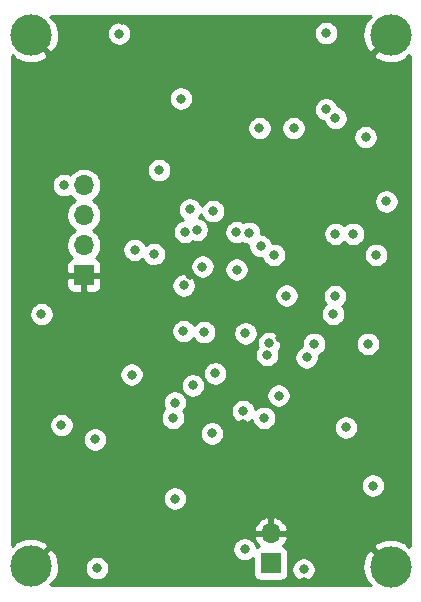
<source format=gbr>
%TF.GenerationSoftware,KiCad,Pcbnew,(5.1.9)-1*%
%TF.CreationDate,2021-04-28T15:16:42-04:00*%
%TF.ProjectId,final_design_v3,66696e61-6c5f-4646-9573-69676e5f7633,rev?*%
%TF.SameCoordinates,Original*%
%TF.FileFunction,Copper,L2,Inr*%
%TF.FilePolarity,Positive*%
%FSLAX46Y46*%
G04 Gerber Fmt 4.6, Leading zero omitted, Abs format (unit mm)*
G04 Created by KiCad (PCBNEW (5.1.9)-1) date 2021-04-28 15:16:42*
%MOMM*%
%LPD*%
G01*
G04 APERTURE LIST*
%TA.AperFunction,ComponentPad*%
%ADD10C,3.500000*%
%TD*%
%TA.AperFunction,ComponentPad*%
%ADD11R,1.700000X1.700000*%
%TD*%
%TA.AperFunction,ComponentPad*%
%ADD12O,1.700000X1.700000*%
%TD*%
%TA.AperFunction,ViaPad*%
%ADD13C,0.800000*%
%TD*%
%TA.AperFunction,Conductor*%
%ADD14C,0.254000*%
%TD*%
%TA.AperFunction,Conductor*%
%ADD15C,0.100000*%
%TD*%
G04 APERTURE END LIST*
D10*
%TO.N,GND*%
%TO.C,H1*%
X123698000Y-76962000D03*
%TD*%
%TO.N,GND*%
%TO.C,H2*%
X154178000Y-122000000D03*
%TD*%
%TO.N,GND*%
%TO.C,H3*%
X154178000Y-76962000D03*
%TD*%
%TO.N,GND*%
%TO.C,H4*%
X123698000Y-121920000D03*
%TD*%
D11*
%TO.N,GND*%
%TO.C,J2*%
X128200000Y-97300000D03*
D12*
%TO.N,UART1_RX*%
X128200000Y-94760000D03*
%TO.N,UART1_TX*%
X128200000Y-92220000D03*
%TO.N,+3V3*%
X128200000Y-89680000D03*
%TD*%
D11*
%TO.N,+BATT*%
%TO.C,J3*%
X144000000Y-121700000D03*
D12*
%TO.N,GND*%
X144000000Y-119160000D03*
%TD*%
D13*
%TO.N,GND*%
X131400000Y-75700000D03*
X146300000Y-75800000D03*
X146800000Y-123300000D03*
X137000000Y-119200000D03*
X146528356Y-98076503D03*
X152950000Y-98100000D03*
X152950000Y-100100000D03*
X148700000Y-105150000D03*
X151100000Y-105150000D03*
X144800000Y-102650000D03*
X153650000Y-92700000D03*
X153800000Y-87350000D03*
X147100000Y-87900000D03*
X135875000Y-88400000D03*
X139775000Y-102250000D03*
X137168302Y-97294801D03*
X133295343Y-101743481D03*
X141160500Y-106616500D03*
X136969500Y-110680500D03*
X141681200Y-109880400D03*
X134152783Y-92556120D03*
X126441200Y-97282000D03*
X137109200Y-113182400D03*
X130571200Y-110012569D03*
X144881600Y-110134400D03*
X131470400Y-123190000D03*
X146862800Y-92710000D03*
X124800000Y-103200000D03*
X124600000Y-105800000D03*
%TO.N,+3V3*%
X141800000Y-120500000D03*
X149500000Y-93800000D03*
X153800000Y-91050000D03*
X134575000Y-88400000D03*
X136625000Y-102025000D03*
X141862980Y-102212855D03*
X136650000Y-98150000D03*
X135890000Y-108077000D03*
X137414000Y-106616500D03*
X141681200Y-108813600D03*
X126492000Y-89662000D03*
X129133600Y-111201200D03*
X150368000Y-110185200D03*
X136398000Y-82346800D03*
X124600000Y-100600000D03*
%TO.N,+3.3VA*%
X138379200Y-102108000D03*
X143713200Y-104038400D03*
%TO.N,OSC8_IN*%
X149300000Y-100574990D03*
%TO.N,OSC32_IN*%
X147700000Y-103100000D03*
%TO.N,OSC32_OUT*%
X152250000Y-103100000D03*
%TO.N,OSC8_OUT*%
X149458035Y-99069222D03*
%TO.N,VCC*%
X135895000Y-116205000D03*
%TO.N,Net-(C27-Pad2)*%
X152050000Y-85600000D03*
%TO.N,Net-(C28-Pad1)*%
X151000000Y-93800000D03*
%TO.N,Net-(D1-Pad1)*%
X126288800Y-109982000D03*
%TO.N,Net-(D2-Pad1)*%
X147050000Y-104250000D03*
%TO.N,Net-(D3-Pad1)*%
X132486400Y-95148400D03*
%TO.N,LED2*%
X138226800Y-96570800D03*
X134121483Y-95505687D03*
%TO.N,NRST*%
X145338800Y-99025000D03*
X132232400Y-105714800D03*
%TO.N,M1_PWM*%
X131191000Y-76835000D03*
X145948400Y-84836000D03*
X143052800Y-84836000D03*
%TO.N,M3_PWM*%
X129300000Y-122100000D03*
X144272000Y-95568600D03*
X152950001Y-95568600D03*
X152654000Y-115112800D03*
%TO.N,M2_PWM*%
X148700000Y-76800000D03*
%TO.N,M4_PWM*%
X146800000Y-122200000D03*
X143154400Y-94843600D03*
%TO.N,I2C1_SCL*%
X135737600Y-109372400D03*
%TO.N,I2C1_SDA*%
X139319000Y-105600500D03*
X139039600Y-110680501D03*
%TO.N,I2C2_SCL*%
X137750000Y-93450000D03*
X149500000Y-84000000D03*
%TO.N,I2C2_SDA*%
X136765727Y-93626664D03*
X148700000Y-83250000D03*
%TO.N,ADC_BATT*%
X141122400Y-96824800D03*
X143884909Y-103053251D03*
X144678400Y-107492800D03*
X143459200Y-109372400D03*
%TO.N,SPI1_CE*%
X142200000Y-93700000D03*
X137175000Y-91725000D03*
%TO.N,SPI1_SCK*%
X141112561Y-93646431D03*
X139135000Y-91875000D03*
%TD*%
D14*
%TO.N,GND*%
X152394021Y-75357629D02*
X152508390Y-75471998D01*
X152167234Y-75658073D01*
X151951487Y-76075409D01*
X151821304Y-76526815D01*
X151781687Y-76994946D01*
X151834158Y-77461811D01*
X151976703Y-77909468D01*
X152167234Y-78265927D01*
X152508391Y-78452003D01*
X153998395Y-76962000D01*
X153984252Y-76947858D01*
X154163858Y-76768252D01*
X154178000Y-76782395D01*
X154192143Y-76768253D01*
X154371748Y-76947858D01*
X154357605Y-76962000D01*
X154371748Y-76976142D01*
X154192142Y-77155748D01*
X154178000Y-77141605D01*
X152687997Y-78631609D01*
X152874073Y-78972766D01*
X153291409Y-79188513D01*
X153742815Y-79318696D01*
X154210946Y-79358313D01*
X154677811Y-79305842D01*
X155125468Y-79163297D01*
X155481927Y-78972766D01*
X155668002Y-78631610D01*
X155782371Y-78745979D01*
X155804001Y-78724349D01*
X155804000Y-120237650D01*
X155782371Y-120216021D01*
X155668002Y-120330390D01*
X155481927Y-119989234D01*
X155064591Y-119773487D01*
X154613185Y-119643304D01*
X154145054Y-119603687D01*
X153678189Y-119656158D01*
X153230532Y-119798703D01*
X152874073Y-119989234D01*
X152687997Y-120330391D01*
X154178000Y-121820395D01*
X154192142Y-121806252D01*
X154371748Y-121985858D01*
X154357605Y-122000000D01*
X154371748Y-122014142D01*
X154192142Y-122193748D01*
X154178000Y-122179605D01*
X154163858Y-122193748D01*
X153984252Y-122014142D01*
X153998395Y-122000000D01*
X152508391Y-120509997D01*
X152167234Y-120696073D01*
X151951487Y-121113409D01*
X151821304Y-121564815D01*
X151781687Y-122032946D01*
X151834158Y-122499811D01*
X151976703Y-122947468D01*
X152167234Y-123303927D01*
X152508390Y-123490002D01*
X152452392Y-123546000D01*
X125460350Y-123546000D01*
X125481979Y-123524371D01*
X125367610Y-123410002D01*
X125708766Y-123223927D01*
X125924513Y-122806591D01*
X126054696Y-122355185D01*
X126084918Y-121998061D01*
X128265000Y-121998061D01*
X128265000Y-122201939D01*
X128304774Y-122401898D01*
X128382795Y-122590256D01*
X128496063Y-122759774D01*
X128640226Y-122903937D01*
X128809744Y-123017205D01*
X128998102Y-123095226D01*
X129198061Y-123135000D01*
X129401939Y-123135000D01*
X129601898Y-123095226D01*
X129790256Y-123017205D01*
X129959774Y-122903937D01*
X130103937Y-122759774D01*
X130217205Y-122590256D01*
X130295226Y-122401898D01*
X130335000Y-122201939D01*
X130335000Y-121998061D01*
X130295226Y-121798102D01*
X130217205Y-121609744D01*
X130103937Y-121440226D01*
X129959774Y-121296063D01*
X129790256Y-121182795D01*
X129601898Y-121104774D01*
X129401939Y-121065000D01*
X129198061Y-121065000D01*
X128998102Y-121104774D01*
X128809744Y-121182795D01*
X128640226Y-121296063D01*
X128496063Y-121440226D01*
X128382795Y-121609744D01*
X128304774Y-121798102D01*
X128265000Y-121998061D01*
X126084918Y-121998061D01*
X126094313Y-121887054D01*
X126041842Y-121420189D01*
X125899297Y-120972532D01*
X125708766Y-120616073D01*
X125367609Y-120429997D01*
X123877605Y-121920000D01*
X123891748Y-121934142D01*
X123712142Y-122113748D01*
X123698000Y-122099605D01*
X123683858Y-122113748D01*
X123504252Y-121934142D01*
X123518395Y-121920000D01*
X123504252Y-121905858D01*
X123683858Y-121726252D01*
X123698000Y-121740395D01*
X125040333Y-120398061D01*
X140765000Y-120398061D01*
X140765000Y-120601939D01*
X140804774Y-120801898D01*
X140882795Y-120990256D01*
X140996063Y-121159774D01*
X141140226Y-121303937D01*
X141309744Y-121417205D01*
X141498102Y-121495226D01*
X141698061Y-121535000D01*
X141901939Y-121535000D01*
X142101898Y-121495226D01*
X142290256Y-121417205D01*
X142459774Y-121303937D01*
X142511928Y-121251783D01*
X142511928Y-122550000D01*
X142524188Y-122674482D01*
X142560498Y-122794180D01*
X142619463Y-122904494D01*
X142698815Y-123001185D01*
X142795506Y-123080537D01*
X142905820Y-123139502D01*
X143025518Y-123175812D01*
X143150000Y-123188072D01*
X144850000Y-123188072D01*
X144974482Y-123175812D01*
X145094180Y-123139502D01*
X145204494Y-123080537D01*
X145301185Y-123001185D01*
X145380537Y-122904494D01*
X145439502Y-122794180D01*
X145475812Y-122674482D01*
X145488072Y-122550000D01*
X145488072Y-122098061D01*
X145765000Y-122098061D01*
X145765000Y-122301939D01*
X145804774Y-122501898D01*
X145882795Y-122690256D01*
X145996063Y-122859774D01*
X146140226Y-123003937D01*
X146309744Y-123117205D01*
X146498102Y-123195226D01*
X146698061Y-123235000D01*
X146901939Y-123235000D01*
X147101898Y-123195226D01*
X147290256Y-123117205D01*
X147459774Y-123003937D01*
X147603937Y-122859774D01*
X147717205Y-122690256D01*
X147795226Y-122501898D01*
X147835000Y-122301939D01*
X147835000Y-122098061D01*
X147795226Y-121898102D01*
X147717205Y-121709744D01*
X147603937Y-121540226D01*
X147459774Y-121396063D01*
X147290256Y-121282795D01*
X147101898Y-121204774D01*
X146901939Y-121165000D01*
X146698061Y-121165000D01*
X146498102Y-121204774D01*
X146309744Y-121282795D01*
X146140226Y-121396063D01*
X145996063Y-121540226D01*
X145882795Y-121709744D01*
X145804774Y-121898102D01*
X145765000Y-122098061D01*
X145488072Y-122098061D01*
X145488072Y-120850000D01*
X145475812Y-120725518D01*
X145439502Y-120605820D01*
X145380537Y-120495506D01*
X145301185Y-120398815D01*
X145204494Y-120319463D01*
X145094180Y-120260498D01*
X145013534Y-120236034D01*
X145097588Y-120160269D01*
X145271641Y-119926920D01*
X145396825Y-119664099D01*
X145441476Y-119516890D01*
X145320155Y-119287000D01*
X144127000Y-119287000D01*
X144127000Y-119307000D01*
X143873000Y-119307000D01*
X143873000Y-119287000D01*
X142679845Y-119287000D01*
X142558524Y-119516890D01*
X142603175Y-119664099D01*
X142728359Y-119926920D01*
X142902412Y-120160269D01*
X142986466Y-120236034D01*
X142905820Y-120260498D01*
X142817073Y-120307935D01*
X142795226Y-120198102D01*
X142717205Y-120009744D01*
X142603937Y-119840226D01*
X142459774Y-119696063D01*
X142290256Y-119582795D01*
X142101898Y-119504774D01*
X141901939Y-119465000D01*
X141698061Y-119465000D01*
X141498102Y-119504774D01*
X141309744Y-119582795D01*
X141140226Y-119696063D01*
X140996063Y-119840226D01*
X140882795Y-120009744D01*
X140804774Y-120198102D01*
X140765000Y-120398061D01*
X125040333Y-120398061D01*
X125188003Y-120250391D01*
X125001927Y-119909234D01*
X124584591Y-119693487D01*
X124133185Y-119563304D01*
X123665054Y-119523687D01*
X123198189Y-119576158D01*
X122750532Y-119718703D01*
X122394073Y-119909234D01*
X122207998Y-120250390D01*
X122093629Y-120136021D01*
X122072000Y-120157650D01*
X122072000Y-118803110D01*
X142558524Y-118803110D01*
X142679845Y-119033000D01*
X143873000Y-119033000D01*
X143873000Y-117839186D01*
X144127000Y-117839186D01*
X144127000Y-119033000D01*
X145320155Y-119033000D01*
X145441476Y-118803110D01*
X145396825Y-118655901D01*
X145271641Y-118393080D01*
X145097588Y-118159731D01*
X144881355Y-117964822D01*
X144631252Y-117815843D01*
X144356891Y-117718519D01*
X144127000Y-117839186D01*
X143873000Y-117839186D01*
X143643109Y-117718519D01*
X143368748Y-117815843D01*
X143118645Y-117964822D01*
X142902412Y-118159731D01*
X142728359Y-118393080D01*
X142603175Y-118655901D01*
X142558524Y-118803110D01*
X122072000Y-118803110D01*
X122072000Y-116103061D01*
X134860000Y-116103061D01*
X134860000Y-116306939D01*
X134899774Y-116506898D01*
X134977795Y-116695256D01*
X135091063Y-116864774D01*
X135235226Y-117008937D01*
X135404744Y-117122205D01*
X135593102Y-117200226D01*
X135793061Y-117240000D01*
X135996939Y-117240000D01*
X136196898Y-117200226D01*
X136385256Y-117122205D01*
X136554774Y-117008937D01*
X136698937Y-116864774D01*
X136812205Y-116695256D01*
X136890226Y-116506898D01*
X136930000Y-116306939D01*
X136930000Y-116103061D01*
X136890226Y-115903102D01*
X136812205Y-115714744D01*
X136698937Y-115545226D01*
X136554774Y-115401063D01*
X136385256Y-115287795D01*
X136196898Y-115209774D01*
X135996939Y-115170000D01*
X135793061Y-115170000D01*
X135593102Y-115209774D01*
X135404744Y-115287795D01*
X135235226Y-115401063D01*
X135091063Y-115545226D01*
X134977795Y-115714744D01*
X134899774Y-115903102D01*
X134860000Y-116103061D01*
X122072000Y-116103061D01*
X122072000Y-115010861D01*
X151619000Y-115010861D01*
X151619000Y-115214739D01*
X151658774Y-115414698D01*
X151736795Y-115603056D01*
X151850063Y-115772574D01*
X151994226Y-115916737D01*
X152163744Y-116030005D01*
X152352102Y-116108026D01*
X152552061Y-116147800D01*
X152755939Y-116147800D01*
X152955898Y-116108026D01*
X153144256Y-116030005D01*
X153313774Y-115916737D01*
X153457937Y-115772574D01*
X153571205Y-115603056D01*
X153649226Y-115414698D01*
X153689000Y-115214739D01*
X153689000Y-115010861D01*
X153649226Y-114810902D01*
X153571205Y-114622544D01*
X153457937Y-114453026D01*
X153313774Y-114308863D01*
X153144256Y-114195595D01*
X152955898Y-114117574D01*
X152755939Y-114077800D01*
X152552061Y-114077800D01*
X152352102Y-114117574D01*
X152163744Y-114195595D01*
X151994226Y-114308863D01*
X151850063Y-114453026D01*
X151736795Y-114622544D01*
X151658774Y-114810902D01*
X151619000Y-115010861D01*
X122072000Y-115010861D01*
X122072000Y-111099261D01*
X128098600Y-111099261D01*
X128098600Y-111303139D01*
X128138374Y-111503098D01*
X128216395Y-111691456D01*
X128329663Y-111860974D01*
X128473826Y-112005137D01*
X128643344Y-112118405D01*
X128831702Y-112196426D01*
X129031661Y-112236200D01*
X129235539Y-112236200D01*
X129435498Y-112196426D01*
X129623856Y-112118405D01*
X129793374Y-112005137D01*
X129937537Y-111860974D01*
X130050805Y-111691456D01*
X130128826Y-111503098D01*
X130168600Y-111303139D01*
X130168600Y-111099261D01*
X130128826Y-110899302D01*
X130050805Y-110710944D01*
X129962351Y-110578562D01*
X138004600Y-110578562D01*
X138004600Y-110782440D01*
X138044374Y-110982399D01*
X138122395Y-111170757D01*
X138235663Y-111340275D01*
X138379826Y-111484438D01*
X138549344Y-111597706D01*
X138737702Y-111675727D01*
X138937661Y-111715501D01*
X139141539Y-111715501D01*
X139341498Y-111675727D01*
X139529856Y-111597706D01*
X139699374Y-111484438D01*
X139843537Y-111340275D01*
X139956805Y-111170757D01*
X140034826Y-110982399D01*
X140074600Y-110782440D01*
X140074600Y-110578562D01*
X140034826Y-110378603D01*
X139956805Y-110190245D01*
X139843537Y-110020727D01*
X139699374Y-109876564D01*
X139529856Y-109763296D01*
X139341498Y-109685275D01*
X139141539Y-109645501D01*
X138937661Y-109645501D01*
X138737702Y-109685275D01*
X138549344Y-109763296D01*
X138379826Y-109876564D01*
X138235663Y-110020727D01*
X138122395Y-110190245D01*
X138044374Y-110378603D01*
X138004600Y-110578562D01*
X129962351Y-110578562D01*
X129937537Y-110541426D01*
X129793374Y-110397263D01*
X129623856Y-110283995D01*
X129435498Y-110205974D01*
X129235539Y-110166200D01*
X129031661Y-110166200D01*
X128831702Y-110205974D01*
X128643344Y-110283995D01*
X128473826Y-110397263D01*
X128329663Y-110541426D01*
X128216395Y-110710944D01*
X128138374Y-110899302D01*
X128098600Y-111099261D01*
X122072000Y-111099261D01*
X122072000Y-109880061D01*
X125253800Y-109880061D01*
X125253800Y-110083939D01*
X125293574Y-110283898D01*
X125371595Y-110472256D01*
X125484863Y-110641774D01*
X125629026Y-110785937D01*
X125798544Y-110899205D01*
X125986902Y-110977226D01*
X126186861Y-111017000D01*
X126390739Y-111017000D01*
X126590698Y-110977226D01*
X126779056Y-110899205D01*
X126948574Y-110785937D01*
X127092737Y-110641774D01*
X127206005Y-110472256D01*
X127284026Y-110283898D01*
X127323800Y-110083939D01*
X127323800Y-109880061D01*
X127284026Y-109680102D01*
X127206005Y-109491744D01*
X127092737Y-109322226D01*
X127040972Y-109270461D01*
X134702600Y-109270461D01*
X134702600Y-109474339D01*
X134742374Y-109674298D01*
X134820395Y-109862656D01*
X134933663Y-110032174D01*
X135077826Y-110176337D01*
X135247344Y-110289605D01*
X135435702Y-110367626D01*
X135635661Y-110407400D01*
X135839539Y-110407400D01*
X136039498Y-110367626D01*
X136227856Y-110289605D01*
X136397374Y-110176337D01*
X136541537Y-110032174D01*
X136654805Y-109862656D01*
X136732826Y-109674298D01*
X136772600Y-109474339D01*
X136772600Y-109270461D01*
X136732826Y-109070502D01*
X136654805Y-108882144D01*
X136612252Y-108818459D01*
X136693937Y-108736774D01*
X136710716Y-108711661D01*
X140646200Y-108711661D01*
X140646200Y-108915539D01*
X140685974Y-109115498D01*
X140763995Y-109303856D01*
X140877263Y-109473374D01*
X141021426Y-109617537D01*
X141190944Y-109730805D01*
X141379302Y-109808826D01*
X141579261Y-109848600D01*
X141783139Y-109848600D01*
X141983098Y-109808826D01*
X142171456Y-109730805D01*
X142340974Y-109617537D01*
X142434150Y-109524361D01*
X142463974Y-109674298D01*
X142541995Y-109862656D01*
X142655263Y-110032174D01*
X142799426Y-110176337D01*
X142968944Y-110289605D01*
X143157302Y-110367626D01*
X143357261Y-110407400D01*
X143561139Y-110407400D01*
X143761098Y-110367626D01*
X143949456Y-110289605D01*
X144118974Y-110176337D01*
X144212050Y-110083261D01*
X149333000Y-110083261D01*
X149333000Y-110287139D01*
X149372774Y-110487098D01*
X149450795Y-110675456D01*
X149564063Y-110844974D01*
X149708226Y-110989137D01*
X149877744Y-111102405D01*
X150066102Y-111180426D01*
X150266061Y-111220200D01*
X150469939Y-111220200D01*
X150669898Y-111180426D01*
X150858256Y-111102405D01*
X151027774Y-110989137D01*
X151171937Y-110844974D01*
X151285205Y-110675456D01*
X151363226Y-110487098D01*
X151403000Y-110287139D01*
X151403000Y-110083261D01*
X151363226Y-109883302D01*
X151285205Y-109694944D01*
X151171937Y-109525426D01*
X151027774Y-109381263D01*
X150858256Y-109267995D01*
X150669898Y-109189974D01*
X150469939Y-109150200D01*
X150266061Y-109150200D01*
X150066102Y-109189974D01*
X149877744Y-109267995D01*
X149708226Y-109381263D01*
X149564063Y-109525426D01*
X149450795Y-109694944D01*
X149372774Y-109883302D01*
X149333000Y-110083261D01*
X144212050Y-110083261D01*
X144263137Y-110032174D01*
X144376405Y-109862656D01*
X144454426Y-109674298D01*
X144494200Y-109474339D01*
X144494200Y-109270461D01*
X144454426Y-109070502D01*
X144376405Y-108882144D01*
X144263137Y-108712626D01*
X144118974Y-108568463D01*
X143949456Y-108455195D01*
X143761098Y-108377174D01*
X143561139Y-108337400D01*
X143357261Y-108337400D01*
X143157302Y-108377174D01*
X142968944Y-108455195D01*
X142799426Y-108568463D01*
X142706250Y-108661639D01*
X142676426Y-108511702D01*
X142598405Y-108323344D01*
X142485137Y-108153826D01*
X142340974Y-108009663D01*
X142171456Y-107896395D01*
X141983098Y-107818374D01*
X141783139Y-107778600D01*
X141579261Y-107778600D01*
X141379302Y-107818374D01*
X141190944Y-107896395D01*
X141021426Y-108009663D01*
X140877263Y-108153826D01*
X140763995Y-108323344D01*
X140685974Y-108511702D01*
X140646200Y-108711661D01*
X136710716Y-108711661D01*
X136807205Y-108567256D01*
X136885226Y-108378898D01*
X136925000Y-108178939D01*
X136925000Y-107975061D01*
X136885226Y-107775102D01*
X136807205Y-107586744D01*
X136693937Y-107417226D01*
X136549774Y-107273063D01*
X136380256Y-107159795D01*
X136191898Y-107081774D01*
X135991939Y-107042000D01*
X135788061Y-107042000D01*
X135588102Y-107081774D01*
X135399744Y-107159795D01*
X135230226Y-107273063D01*
X135086063Y-107417226D01*
X134972795Y-107586744D01*
X134894774Y-107775102D01*
X134855000Y-107975061D01*
X134855000Y-108178939D01*
X134894774Y-108378898D01*
X134972795Y-108567256D01*
X135015348Y-108630941D01*
X134933663Y-108712626D01*
X134820395Y-108882144D01*
X134742374Y-109070502D01*
X134702600Y-109270461D01*
X127040972Y-109270461D01*
X126948574Y-109178063D01*
X126779056Y-109064795D01*
X126590698Y-108986774D01*
X126390739Y-108947000D01*
X126186861Y-108947000D01*
X125986902Y-108986774D01*
X125798544Y-109064795D01*
X125629026Y-109178063D01*
X125484863Y-109322226D01*
X125371595Y-109491744D01*
X125293574Y-109680102D01*
X125253800Y-109880061D01*
X122072000Y-109880061D01*
X122072000Y-105612861D01*
X131197400Y-105612861D01*
X131197400Y-105816739D01*
X131237174Y-106016698D01*
X131315195Y-106205056D01*
X131428463Y-106374574D01*
X131572626Y-106518737D01*
X131742144Y-106632005D01*
X131930502Y-106710026D01*
X132130461Y-106749800D01*
X132334339Y-106749800D01*
X132534298Y-106710026D01*
X132722656Y-106632005D01*
X132892174Y-106518737D01*
X132896350Y-106514561D01*
X136379000Y-106514561D01*
X136379000Y-106718439D01*
X136418774Y-106918398D01*
X136496795Y-107106756D01*
X136610063Y-107276274D01*
X136754226Y-107420437D01*
X136923744Y-107533705D01*
X137112102Y-107611726D01*
X137312061Y-107651500D01*
X137515939Y-107651500D01*
X137715898Y-107611726D01*
X137904256Y-107533705D01*
X138073774Y-107420437D01*
X138103350Y-107390861D01*
X143643400Y-107390861D01*
X143643400Y-107594739D01*
X143683174Y-107794698D01*
X143761195Y-107983056D01*
X143874463Y-108152574D01*
X144018626Y-108296737D01*
X144188144Y-108410005D01*
X144376502Y-108488026D01*
X144576461Y-108527800D01*
X144780339Y-108527800D01*
X144980298Y-108488026D01*
X145168656Y-108410005D01*
X145338174Y-108296737D01*
X145482337Y-108152574D01*
X145595605Y-107983056D01*
X145673626Y-107794698D01*
X145713400Y-107594739D01*
X145713400Y-107390861D01*
X145673626Y-107190902D01*
X145595605Y-107002544D01*
X145482337Y-106833026D01*
X145338174Y-106688863D01*
X145168656Y-106575595D01*
X144980298Y-106497574D01*
X144780339Y-106457800D01*
X144576461Y-106457800D01*
X144376502Y-106497574D01*
X144188144Y-106575595D01*
X144018626Y-106688863D01*
X143874463Y-106833026D01*
X143761195Y-107002544D01*
X143683174Y-107190902D01*
X143643400Y-107390861D01*
X138103350Y-107390861D01*
X138217937Y-107276274D01*
X138331205Y-107106756D01*
X138409226Y-106918398D01*
X138449000Y-106718439D01*
X138449000Y-106514561D01*
X138409226Y-106314602D01*
X138331205Y-106126244D01*
X138217937Y-105956726D01*
X138073774Y-105812563D01*
X137904256Y-105699295D01*
X137715898Y-105621274D01*
X137515939Y-105581500D01*
X137312061Y-105581500D01*
X137112102Y-105621274D01*
X136923744Y-105699295D01*
X136754226Y-105812563D01*
X136610063Y-105956726D01*
X136496795Y-106126244D01*
X136418774Y-106314602D01*
X136379000Y-106514561D01*
X132896350Y-106514561D01*
X133036337Y-106374574D01*
X133149605Y-106205056D01*
X133227626Y-106016698D01*
X133267400Y-105816739D01*
X133267400Y-105612861D01*
X133244665Y-105498561D01*
X138284000Y-105498561D01*
X138284000Y-105702439D01*
X138323774Y-105902398D01*
X138401795Y-106090756D01*
X138515063Y-106260274D01*
X138659226Y-106404437D01*
X138828744Y-106517705D01*
X139017102Y-106595726D01*
X139217061Y-106635500D01*
X139420939Y-106635500D01*
X139620898Y-106595726D01*
X139809256Y-106517705D01*
X139978774Y-106404437D01*
X140122937Y-106260274D01*
X140236205Y-106090756D01*
X140314226Y-105902398D01*
X140354000Y-105702439D01*
X140354000Y-105498561D01*
X140314226Y-105298602D01*
X140236205Y-105110244D01*
X140122937Y-104940726D01*
X139978774Y-104796563D01*
X139809256Y-104683295D01*
X139620898Y-104605274D01*
X139420939Y-104565500D01*
X139217061Y-104565500D01*
X139017102Y-104605274D01*
X138828744Y-104683295D01*
X138659226Y-104796563D01*
X138515063Y-104940726D01*
X138401795Y-105110244D01*
X138323774Y-105298602D01*
X138284000Y-105498561D01*
X133244665Y-105498561D01*
X133227626Y-105412902D01*
X133149605Y-105224544D01*
X133036337Y-105055026D01*
X132892174Y-104910863D01*
X132722656Y-104797595D01*
X132534298Y-104719574D01*
X132334339Y-104679800D01*
X132130461Y-104679800D01*
X131930502Y-104719574D01*
X131742144Y-104797595D01*
X131572626Y-104910863D01*
X131428463Y-105055026D01*
X131315195Y-105224544D01*
X131237174Y-105412902D01*
X131197400Y-105612861D01*
X122072000Y-105612861D01*
X122072000Y-103936461D01*
X142678200Y-103936461D01*
X142678200Y-104140339D01*
X142717974Y-104340298D01*
X142795995Y-104528656D01*
X142909263Y-104698174D01*
X143053426Y-104842337D01*
X143222944Y-104955605D01*
X143411302Y-105033626D01*
X143611261Y-105073400D01*
X143815139Y-105073400D01*
X144015098Y-105033626D01*
X144203456Y-104955605D01*
X144372974Y-104842337D01*
X144517137Y-104698174D01*
X144630405Y-104528656D01*
X144708426Y-104340298D01*
X144746664Y-104148061D01*
X146015000Y-104148061D01*
X146015000Y-104351939D01*
X146054774Y-104551898D01*
X146132795Y-104740256D01*
X146246063Y-104909774D01*
X146390226Y-105053937D01*
X146559744Y-105167205D01*
X146748102Y-105245226D01*
X146948061Y-105285000D01*
X147151939Y-105285000D01*
X147351898Y-105245226D01*
X147540256Y-105167205D01*
X147709774Y-105053937D01*
X147853937Y-104909774D01*
X147967205Y-104740256D01*
X148045226Y-104551898D01*
X148085000Y-104351939D01*
X148085000Y-104148061D01*
X148068965Y-104067446D01*
X148190256Y-104017205D01*
X148359774Y-103903937D01*
X148503937Y-103759774D01*
X148617205Y-103590256D01*
X148695226Y-103401898D01*
X148735000Y-103201939D01*
X148735000Y-102998061D01*
X151215000Y-102998061D01*
X151215000Y-103201939D01*
X151254774Y-103401898D01*
X151332795Y-103590256D01*
X151446063Y-103759774D01*
X151590226Y-103903937D01*
X151759744Y-104017205D01*
X151948102Y-104095226D01*
X152148061Y-104135000D01*
X152351939Y-104135000D01*
X152551898Y-104095226D01*
X152740256Y-104017205D01*
X152909774Y-103903937D01*
X153053937Y-103759774D01*
X153167205Y-103590256D01*
X153245226Y-103401898D01*
X153285000Y-103201939D01*
X153285000Y-102998061D01*
X153245226Y-102798102D01*
X153167205Y-102609744D01*
X153053937Y-102440226D01*
X152909774Y-102296063D01*
X152740256Y-102182795D01*
X152551898Y-102104774D01*
X152351939Y-102065000D01*
X152148061Y-102065000D01*
X151948102Y-102104774D01*
X151759744Y-102182795D01*
X151590226Y-102296063D01*
X151446063Y-102440226D01*
X151332795Y-102609744D01*
X151254774Y-102798102D01*
X151215000Y-102998061D01*
X148735000Y-102998061D01*
X148695226Y-102798102D01*
X148617205Y-102609744D01*
X148503937Y-102440226D01*
X148359774Y-102296063D01*
X148190256Y-102182795D01*
X148001898Y-102104774D01*
X147801939Y-102065000D01*
X147598061Y-102065000D01*
X147398102Y-102104774D01*
X147209744Y-102182795D01*
X147040226Y-102296063D01*
X146896063Y-102440226D01*
X146782795Y-102609744D01*
X146704774Y-102798102D01*
X146665000Y-102998061D01*
X146665000Y-103201939D01*
X146681035Y-103282554D01*
X146559744Y-103332795D01*
X146390226Y-103446063D01*
X146246063Y-103590226D01*
X146132795Y-103759744D01*
X146054774Y-103948102D01*
X146015000Y-104148061D01*
X144746664Y-104148061D01*
X144748200Y-104140339D01*
X144748200Y-103936461D01*
X144708426Y-103736502D01*
X144694930Y-103703920D01*
X144802114Y-103543507D01*
X144880135Y-103355149D01*
X144919909Y-103155190D01*
X144919909Y-102951312D01*
X144880135Y-102751353D01*
X144802114Y-102562995D01*
X144688846Y-102393477D01*
X144544683Y-102249314D01*
X144375165Y-102136046D01*
X144186807Y-102058025D01*
X143986848Y-102018251D01*
X143782970Y-102018251D01*
X143583011Y-102058025D01*
X143394653Y-102136046D01*
X143225135Y-102249314D01*
X143080972Y-102393477D01*
X142967704Y-102562995D01*
X142889683Y-102751353D01*
X142849909Y-102951312D01*
X142849909Y-103155190D01*
X142889683Y-103355149D01*
X142903179Y-103387731D01*
X142795995Y-103548144D01*
X142717974Y-103736502D01*
X142678200Y-103936461D01*
X122072000Y-103936461D01*
X122072000Y-101923061D01*
X135590000Y-101923061D01*
X135590000Y-102126939D01*
X135629774Y-102326898D01*
X135707795Y-102515256D01*
X135821063Y-102684774D01*
X135965226Y-102828937D01*
X136134744Y-102942205D01*
X136323102Y-103020226D01*
X136523061Y-103060000D01*
X136726939Y-103060000D01*
X136926898Y-103020226D01*
X137115256Y-102942205D01*
X137284774Y-102828937D01*
X137428937Y-102684774D01*
X137474371Y-102616778D01*
X137575263Y-102767774D01*
X137719426Y-102911937D01*
X137888944Y-103025205D01*
X138077302Y-103103226D01*
X138277261Y-103143000D01*
X138481139Y-103143000D01*
X138681098Y-103103226D01*
X138869456Y-103025205D01*
X139038974Y-102911937D01*
X139183137Y-102767774D01*
X139296405Y-102598256D01*
X139374426Y-102409898D01*
X139414200Y-102209939D01*
X139414200Y-102110916D01*
X140827980Y-102110916D01*
X140827980Y-102314794D01*
X140867754Y-102514753D01*
X140945775Y-102703111D01*
X141059043Y-102872629D01*
X141203206Y-103016792D01*
X141372724Y-103130060D01*
X141561082Y-103208081D01*
X141761041Y-103247855D01*
X141964919Y-103247855D01*
X142164878Y-103208081D01*
X142353236Y-103130060D01*
X142522754Y-103016792D01*
X142666917Y-102872629D01*
X142780185Y-102703111D01*
X142858206Y-102514753D01*
X142897980Y-102314794D01*
X142897980Y-102110916D01*
X142858206Y-101910957D01*
X142780185Y-101722599D01*
X142666917Y-101553081D01*
X142522754Y-101408918D01*
X142353236Y-101295650D01*
X142164878Y-101217629D01*
X141964919Y-101177855D01*
X141761041Y-101177855D01*
X141561082Y-101217629D01*
X141372724Y-101295650D01*
X141203206Y-101408918D01*
X141059043Y-101553081D01*
X140945775Y-101722599D01*
X140867754Y-101910957D01*
X140827980Y-102110916D01*
X139414200Y-102110916D01*
X139414200Y-102006061D01*
X139374426Y-101806102D01*
X139296405Y-101617744D01*
X139183137Y-101448226D01*
X139038974Y-101304063D01*
X138869456Y-101190795D01*
X138681098Y-101112774D01*
X138481139Y-101073000D01*
X138277261Y-101073000D01*
X138077302Y-101112774D01*
X137888944Y-101190795D01*
X137719426Y-101304063D01*
X137575263Y-101448226D01*
X137529829Y-101516222D01*
X137428937Y-101365226D01*
X137284774Y-101221063D01*
X137115256Y-101107795D01*
X136926898Y-101029774D01*
X136726939Y-100990000D01*
X136523061Y-100990000D01*
X136323102Y-101029774D01*
X136134744Y-101107795D01*
X135965226Y-101221063D01*
X135821063Y-101365226D01*
X135707795Y-101534744D01*
X135629774Y-101723102D01*
X135590000Y-101923061D01*
X122072000Y-101923061D01*
X122072000Y-100498061D01*
X123565000Y-100498061D01*
X123565000Y-100701939D01*
X123604774Y-100901898D01*
X123682795Y-101090256D01*
X123796063Y-101259774D01*
X123940226Y-101403937D01*
X124109744Y-101517205D01*
X124298102Y-101595226D01*
X124498061Y-101635000D01*
X124701939Y-101635000D01*
X124901898Y-101595226D01*
X125090256Y-101517205D01*
X125259774Y-101403937D01*
X125403937Y-101259774D01*
X125517205Y-101090256D01*
X125595226Y-100901898D01*
X125635000Y-100701939D01*
X125635000Y-100498061D01*
X125630026Y-100473051D01*
X148265000Y-100473051D01*
X148265000Y-100676929D01*
X148304774Y-100876888D01*
X148382795Y-101065246D01*
X148496063Y-101234764D01*
X148640226Y-101378927D01*
X148809744Y-101492195D01*
X148998102Y-101570216D01*
X149198061Y-101609990D01*
X149401939Y-101609990D01*
X149601898Y-101570216D01*
X149790256Y-101492195D01*
X149959774Y-101378927D01*
X150103937Y-101234764D01*
X150217205Y-101065246D01*
X150295226Y-100876888D01*
X150335000Y-100676929D01*
X150335000Y-100473051D01*
X150295226Y-100273092D01*
X150217205Y-100084734D01*
X150103937Y-99915216D01*
X150084282Y-99895561D01*
X150117809Y-99873159D01*
X150261972Y-99728996D01*
X150375240Y-99559478D01*
X150453261Y-99371120D01*
X150493035Y-99171161D01*
X150493035Y-98967283D01*
X150453261Y-98767324D01*
X150375240Y-98578966D01*
X150261972Y-98409448D01*
X150117809Y-98265285D01*
X149948291Y-98152017D01*
X149759933Y-98073996D01*
X149559974Y-98034222D01*
X149356096Y-98034222D01*
X149156137Y-98073996D01*
X148967779Y-98152017D01*
X148798261Y-98265285D01*
X148654098Y-98409448D01*
X148540830Y-98578966D01*
X148462809Y-98767324D01*
X148423035Y-98967283D01*
X148423035Y-99171161D01*
X148462809Y-99371120D01*
X148540830Y-99559478D01*
X148654098Y-99728996D01*
X148673753Y-99748651D01*
X148640226Y-99771053D01*
X148496063Y-99915216D01*
X148382795Y-100084734D01*
X148304774Y-100273092D01*
X148265000Y-100473051D01*
X125630026Y-100473051D01*
X125595226Y-100298102D01*
X125517205Y-100109744D01*
X125403937Y-99940226D01*
X125259774Y-99796063D01*
X125090256Y-99682795D01*
X124901898Y-99604774D01*
X124701939Y-99565000D01*
X124498061Y-99565000D01*
X124298102Y-99604774D01*
X124109744Y-99682795D01*
X123940226Y-99796063D01*
X123796063Y-99940226D01*
X123682795Y-100109744D01*
X123604774Y-100298102D01*
X123565000Y-100498061D01*
X122072000Y-100498061D01*
X122072000Y-98150000D01*
X126711928Y-98150000D01*
X126724188Y-98274482D01*
X126760498Y-98394180D01*
X126819463Y-98504494D01*
X126898815Y-98601185D01*
X126995506Y-98680537D01*
X127105820Y-98739502D01*
X127225518Y-98775812D01*
X127350000Y-98788072D01*
X127914250Y-98785000D01*
X128073000Y-98626250D01*
X128073000Y-97427000D01*
X128327000Y-97427000D01*
X128327000Y-98626250D01*
X128485750Y-98785000D01*
X129050000Y-98788072D01*
X129174482Y-98775812D01*
X129294180Y-98739502D01*
X129404494Y-98680537D01*
X129501185Y-98601185D01*
X129580537Y-98504494D01*
X129639502Y-98394180D01*
X129675812Y-98274482D01*
X129688072Y-98150000D01*
X129687518Y-98048061D01*
X135615000Y-98048061D01*
X135615000Y-98251939D01*
X135654774Y-98451898D01*
X135732795Y-98640256D01*
X135846063Y-98809774D01*
X135990226Y-98953937D01*
X136159744Y-99067205D01*
X136348102Y-99145226D01*
X136548061Y-99185000D01*
X136751939Y-99185000D01*
X136951898Y-99145226D01*
X137140256Y-99067205D01*
X137309774Y-98953937D01*
X137340650Y-98923061D01*
X144303800Y-98923061D01*
X144303800Y-99126939D01*
X144343574Y-99326898D01*
X144421595Y-99515256D01*
X144534863Y-99684774D01*
X144679026Y-99828937D01*
X144848544Y-99942205D01*
X145036902Y-100020226D01*
X145236861Y-100060000D01*
X145440739Y-100060000D01*
X145640698Y-100020226D01*
X145829056Y-99942205D01*
X145998574Y-99828937D01*
X146142737Y-99684774D01*
X146256005Y-99515256D01*
X146334026Y-99326898D01*
X146373800Y-99126939D01*
X146373800Y-98923061D01*
X146334026Y-98723102D01*
X146256005Y-98534744D01*
X146142737Y-98365226D01*
X145998574Y-98221063D01*
X145829056Y-98107795D01*
X145640698Y-98029774D01*
X145440739Y-97990000D01*
X145236861Y-97990000D01*
X145036902Y-98029774D01*
X144848544Y-98107795D01*
X144679026Y-98221063D01*
X144534863Y-98365226D01*
X144421595Y-98534744D01*
X144343574Y-98723102D01*
X144303800Y-98923061D01*
X137340650Y-98923061D01*
X137453937Y-98809774D01*
X137567205Y-98640256D01*
X137645226Y-98451898D01*
X137685000Y-98251939D01*
X137685000Y-98048061D01*
X137645226Y-97848102D01*
X137567205Y-97659744D01*
X137453937Y-97490226D01*
X137309774Y-97346063D01*
X137140256Y-97232795D01*
X136951898Y-97154774D01*
X136751939Y-97115000D01*
X136548061Y-97115000D01*
X136348102Y-97154774D01*
X136159744Y-97232795D01*
X135990226Y-97346063D01*
X135846063Y-97490226D01*
X135732795Y-97659744D01*
X135654774Y-97848102D01*
X135615000Y-98048061D01*
X129687518Y-98048061D01*
X129685000Y-97585750D01*
X129526250Y-97427000D01*
X128327000Y-97427000D01*
X128073000Y-97427000D01*
X126873750Y-97427000D01*
X126715000Y-97585750D01*
X126711928Y-98150000D01*
X122072000Y-98150000D01*
X122072000Y-89560061D01*
X125457000Y-89560061D01*
X125457000Y-89763939D01*
X125496774Y-89963898D01*
X125574795Y-90152256D01*
X125688063Y-90321774D01*
X125832226Y-90465937D01*
X126001744Y-90579205D01*
X126190102Y-90657226D01*
X126390061Y-90697000D01*
X126593939Y-90697000D01*
X126793898Y-90657226D01*
X126982256Y-90579205D01*
X127004779Y-90564155D01*
X127046525Y-90626632D01*
X127253368Y-90833475D01*
X127427760Y-90950000D01*
X127253368Y-91066525D01*
X127046525Y-91273368D01*
X126884010Y-91516589D01*
X126772068Y-91786842D01*
X126715000Y-92073740D01*
X126715000Y-92366260D01*
X126772068Y-92653158D01*
X126884010Y-92923411D01*
X127046525Y-93166632D01*
X127253368Y-93373475D01*
X127427760Y-93490000D01*
X127253368Y-93606525D01*
X127046525Y-93813368D01*
X126884010Y-94056589D01*
X126772068Y-94326842D01*
X126715000Y-94613740D01*
X126715000Y-94906260D01*
X126772068Y-95193158D01*
X126884010Y-95463411D01*
X127046525Y-95706632D01*
X127178380Y-95838487D01*
X127105820Y-95860498D01*
X126995506Y-95919463D01*
X126898815Y-95998815D01*
X126819463Y-96095506D01*
X126760498Y-96205820D01*
X126724188Y-96325518D01*
X126711928Y-96450000D01*
X126715000Y-97014250D01*
X126873750Y-97173000D01*
X128073000Y-97173000D01*
X128073000Y-97153000D01*
X128327000Y-97153000D01*
X128327000Y-97173000D01*
X129526250Y-97173000D01*
X129685000Y-97014250D01*
X129688072Y-96450000D01*
X129675812Y-96325518D01*
X129639502Y-96205820D01*
X129580537Y-96095506D01*
X129501185Y-95998815D01*
X129404494Y-95919463D01*
X129294180Y-95860498D01*
X129221620Y-95838487D01*
X129353475Y-95706632D01*
X129515990Y-95463411D01*
X129627932Y-95193158D01*
X129657112Y-95046461D01*
X131451400Y-95046461D01*
X131451400Y-95250339D01*
X131491174Y-95450298D01*
X131569195Y-95638656D01*
X131682463Y-95808174D01*
X131826626Y-95952337D01*
X131996144Y-96065605D01*
X132184502Y-96143626D01*
X132384461Y-96183400D01*
X132588339Y-96183400D01*
X132788298Y-96143626D01*
X132976656Y-96065605D01*
X133146174Y-95952337D01*
X133174488Y-95924023D01*
X133204278Y-95995943D01*
X133317546Y-96165461D01*
X133461709Y-96309624D01*
X133631227Y-96422892D01*
X133819585Y-96500913D01*
X134019544Y-96540687D01*
X134223422Y-96540687D01*
X134423381Y-96500913D01*
X134500760Y-96468861D01*
X137191800Y-96468861D01*
X137191800Y-96672739D01*
X137231574Y-96872698D01*
X137309595Y-97061056D01*
X137422863Y-97230574D01*
X137567026Y-97374737D01*
X137736544Y-97488005D01*
X137924902Y-97566026D01*
X138124861Y-97605800D01*
X138328739Y-97605800D01*
X138528698Y-97566026D01*
X138717056Y-97488005D01*
X138886574Y-97374737D01*
X139030737Y-97230574D01*
X139144005Y-97061056D01*
X139222026Y-96872698D01*
X139251830Y-96722861D01*
X140087400Y-96722861D01*
X140087400Y-96926739D01*
X140127174Y-97126698D01*
X140205195Y-97315056D01*
X140318463Y-97484574D01*
X140462626Y-97628737D01*
X140632144Y-97742005D01*
X140820502Y-97820026D01*
X141020461Y-97859800D01*
X141224339Y-97859800D01*
X141424298Y-97820026D01*
X141612656Y-97742005D01*
X141782174Y-97628737D01*
X141926337Y-97484574D01*
X142039605Y-97315056D01*
X142117626Y-97126698D01*
X142157400Y-96926739D01*
X142157400Y-96722861D01*
X142117626Y-96522902D01*
X142039605Y-96334544D01*
X141926337Y-96165026D01*
X141782174Y-96020863D01*
X141612656Y-95907595D01*
X141424298Y-95829574D01*
X141224339Y-95789800D01*
X141020461Y-95789800D01*
X140820502Y-95829574D01*
X140632144Y-95907595D01*
X140462626Y-96020863D01*
X140318463Y-96165026D01*
X140205195Y-96334544D01*
X140127174Y-96522902D01*
X140087400Y-96722861D01*
X139251830Y-96722861D01*
X139261800Y-96672739D01*
X139261800Y-96468861D01*
X139222026Y-96268902D01*
X139144005Y-96080544D01*
X139030737Y-95911026D01*
X138886574Y-95766863D01*
X138717056Y-95653595D01*
X138528698Y-95575574D01*
X138328739Y-95535800D01*
X138124861Y-95535800D01*
X137924902Y-95575574D01*
X137736544Y-95653595D01*
X137567026Y-95766863D01*
X137422863Y-95911026D01*
X137309595Y-96080544D01*
X137231574Y-96268902D01*
X137191800Y-96468861D01*
X134500760Y-96468861D01*
X134611739Y-96422892D01*
X134781257Y-96309624D01*
X134925420Y-96165461D01*
X135038688Y-95995943D01*
X135116709Y-95807585D01*
X135156483Y-95607626D01*
X135156483Y-95403748D01*
X135116709Y-95203789D01*
X135038688Y-95015431D01*
X134925420Y-94845913D01*
X134781257Y-94701750D01*
X134611739Y-94588482D01*
X134423381Y-94510461D01*
X134223422Y-94470687D01*
X134019544Y-94470687D01*
X133819585Y-94510461D01*
X133631227Y-94588482D01*
X133461709Y-94701750D01*
X133433395Y-94730064D01*
X133403605Y-94658144D01*
X133290337Y-94488626D01*
X133146174Y-94344463D01*
X132976656Y-94231195D01*
X132788298Y-94153174D01*
X132588339Y-94113400D01*
X132384461Y-94113400D01*
X132184502Y-94153174D01*
X131996144Y-94231195D01*
X131826626Y-94344463D01*
X131682463Y-94488626D01*
X131569195Y-94658144D01*
X131491174Y-94846502D01*
X131451400Y-95046461D01*
X129657112Y-95046461D01*
X129685000Y-94906260D01*
X129685000Y-94613740D01*
X129627932Y-94326842D01*
X129515990Y-94056589D01*
X129353475Y-93813368D01*
X129146632Y-93606525D01*
X129024210Y-93524725D01*
X135730727Y-93524725D01*
X135730727Y-93728603D01*
X135770501Y-93928562D01*
X135848522Y-94116920D01*
X135961790Y-94286438D01*
X136105953Y-94430601D01*
X136275471Y-94543869D01*
X136463829Y-94621890D01*
X136663788Y-94661664D01*
X136867666Y-94661664D01*
X137067625Y-94621890D01*
X137255983Y-94543869D01*
X137420638Y-94433850D01*
X137448102Y-94445226D01*
X137648061Y-94485000D01*
X137851939Y-94485000D01*
X138051898Y-94445226D01*
X138240256Y-94367205D01*
X138409774Y-94253937D01*
X138553937Y-94109774D01*
X138667205Y-93940256D01*
X138745226Y-93751898D01*
X138785000Y-93551939D01*
X138785000Y-93544492D01*
X140077561Y-93544492D01*
X140077561Y-93748370D01*
X140117335Y-93948329D01*
X140195356Y-94136687D01*
X140308624Y-94306205D01*
X140452787Y-94450368D01*
X140622305Y-94563636D01*
X140810663Y-94641657D01*
X141010622Y-94681431D01*
X141214500Y-94681431D01*
X141414459Y-94641657D01*
X141602817Y-94563636D01*
X141616195Y-94554697D01*
X141709744Y-94617205D01*
X141898102Y-94695226D01*
X142098061Y-94735000D01*
X142120725Y-94735000D01*
X142119400Y-94741661D01*
X142119400Y-94945539D01*
X142159174Y-95145498D01*
X142237195Y-95333856D01*
X142350463Y-95503374D01*
X142494626Y-95647537D01*
X142664144Y-95760805D01*
X142852502Y-95838826D01*
X143052461Y-95878600D01*
X143256339Y-95878600D01*
X143278319Y-95874228D01*
X143354795Y-96058856D01*
X143468063Y-96228374D01*
X143612226Y-96372537D01*
X143781744Y-96485805D01*
X143970102Y-96563826D01*
X144170061Y-96603600D01*
X144373939Y-96603600D01*
X144573898Y-96563826D01*
X144762256Y-96485805D01*
X144931774Y-96372537D01*
X145075937Y-96228374D01*
X145189205Y-96058856D01*
X145267226Y-95870498D01*
X145307000Y-95670539D01*
X145307000Y-95466661D01*
X151915001Y-95466661D01*
X151915001Y-95670539D01*
X151954775Y-95870498D01*
X152032796Y-96058856D01*
X152146064Y-96228374D01*
X152290227Y-96372537D01*
X152459745Y-96485805D01*
X152648103Y-96563826D01*
X152848062Y-96603600D01*
X153051940Y-96603600D01*
X153251899Y-96563826D01*
X153440257Y-96485805D01*
X153609775Y-96372537D01*
X153753938Y-96228374D01*
X153867206Y-96058856D01*
X153945227Y-95870498D01*
X153985001Y-95670539D01*
X153985001Y-95466661D01*
X153945227Y-95266702D01*
X153867206Y-95078344D01*
X153753938Y-94908826D01*
X153609775Y-94764663D01*
X153440257Y-94651395D01*
X153251899Y-94573374D01*
X153051940Y-94533600D01*
X152848062Y-94533600D01*
X152648103Y-94573374D01*
X152459745Y-94651395D01*
X152290227Y-94764663D01*
X152146064Y-94908826D01*
X152032796Y-95078344D01*
X151954775Y-95266702D01*
X151915001Y-95466661D01*
X145307000Y-95466661D01*
X145267226Y-95266702D01*
X145189205Y-95078344D01*
X145075937Y-94908826D01*
X144931774Y-94764663D01*
X144762256Y-94651395D01*
X144573898Y-94573374D01*
X144373939Y-94533600D01*
X144170061Y-94533600D01*
X144148081Y-94537972D01*
X144071605Y-94353344D01*
X143958337Y-94183826D01*
X143814174Y-94039663D01*
X143644656Y-93926395D01*
X143456298Y-93848374D01*
X143256339Y-93808600D01*
X143233675Y-93808600D01*
X143235000Y-93801939D01*
X143235000Y-93698061D01*
X148465000Y-93698061D01*
X148465000Y-93901939D01*
X148504774Y-94101898D01*
X148582795Y-94290256D01*
X148696063Y-94459774D01*
X148840226Y-94603937D01*
X149009744Y-94717205D01*
X149198102Y-94795226D01*
X149398061Y-94835000D01*
X149601939Y-94835000D01*
X149801898Y-94795226D01*
X149990256Y-94717205D01*
X150159774Y-94603937D01*
X150250000Y-94513711D01*
X150340226Y-94603937D01*
X150509744Y-94717205D01*
X150698102Y-94795226D01*
X150898061Y-94835000D01*
X151101939Y-94835000D01*
X151301898Y-94795226D01*
X151490256Y-94717205D01*
X151659774Y-94603937D01*
X151803937Y-94459774D01*
X151917205Y-94290256D01*
X151995226Y-94101898D01*
X152035000Y-93901939D01*
X152035000Y-93698061D01*
X151995226Y-93498102D01*
X151917205Y-93309744D01*
X151803937Y-93140226D01*
X151659774Y-92996063D01*
X151490256Y-92882795D01*
X151301898Y-92804774D01*
X151101939Y-92765000D01*
X150898061Y-92765000D01*
X150698102Y-92804774D01*
X150509744Y-92882795D01*
X150340226Y-92996063D01*
X150250000Y-93086289D01*
X150159774Y-92996063D01*
X149990256Y-92882795D01*
X149801898Y-92804774D01*
X149601939Y-92765000D01*
X149398061Y-92765000D01*
X149198102Y-92804774D01*
X149009744Y-92882795D01*
X148840226Y-92996063D01*
X148696063Y-93140226D01*
X148582795Y-93309744D01*
X148504774Y-93498102D01*
X148465000Y-93698061D01*
X143235000Y-93698061D01*
X143235000Y-93598061D01*
X143195226Y-93398102D01*
X143117205Y-93209744D01*
X143003937Y-93040226D01*
X142859774Y-92896063D01*
X142690256Y-92782795D01*
X142501898Y-92704774D01*
X142301939Y-92665000D01*
X142098061Y-92665000D01*
X141898102Y-92704774D01*
X141709744Y-92782795D01*
X141696366Y-92791734D01*
X141602817Y-92729226D01*
X141414459Y-92651205D01*
X141214500Y-92611431D01*
X141010622Y-92611431D01*
X140810663Y-92651205D01*
X140622305Y-92729226D01*
X140452787Y-92842494D01*
X140308624Y-92986657D01*
X140195356Y-93156175D01*
X140117335Y-93344533D01*
X140077561Y-93544492D01*
X138785000Y-93544492D01*
X138785000Y-93348061D01*
X138745226Y-93148102D01*
X138667205Y-92959744D01*
X138553937Y-92790226D01*
X138409774Y-92646063D01*
X138240256Y-92532795D01*
X138051898Y-92454774D01*
X137932656Y-92431055D01*
X137978937Y-92384774D01*
X138092205Y-92215256D01*
X138129496Y-92125228D01*
X138139774Y-92176898D01*
X138217795Y-92365256D01*
X138331063Y-92534774D01*
X138475226Y-92678937D01*
X138644744Y-92792205D01*
X138833102Y-92870226D01*
X139033061Y-92910000D01*
X139236939Y-92910000D01*
X139436898Y-92870226D01*
X139625256Y-92792205D01*
X139794774Y-92678937D01*
X139938937Y-92534774D01*
X140052205Y-92365256D01*
X140130226Y-92176898D01*
X140170000Y-91976939D01*
X140170000Y-91773061D01*
X140130226Y-91573102D01*
X140052205Y-91384744D01*
X139938937Y-91215226D01*
X139794774Y-91071063D01*
X139625256Y-90957795D01*
X139601757Y-90948061D01*
X152765000Y-90948061D01*
X152765000Y-91151939D01*
X152804774Y-91351898D01*
X152882795Y-91540256D01*
X152996063Y-91709774D01*
X153140226Y-91853937D01*
X153309744Y-91967205D01*
X153498102Y-92045226D01*
X153698061Y-92085000D01*
X153901939Y-92085000D01*
X154101898Y-92045226D01*
X154290256Y-91967205D01*
X154459774Y-91853937D01*
X154603937Y-91709774D01*
X154717205Y-91540256D01*
X154795226Y-91351898D01*
X154835000Y-91151939D01*
X154835000Y-90948061D01*
X154795226Y-90748102D01*
X154717205Y-90559744D01*
X154603937Y-90390226D01*
X154459774Y-90246063D01*
X154290256Y-90132795D01*
X154101898Y-90054774D01*
X153901939Y-90015000D01*
X153698061Y-90015000D01*
X153498102Y-90054774D01*
X153309744Y-90132795D01*
X153140226Y-90246063D01*
X152996063Y-90390226D01*
X152882795Y-90559744D01*
X152804774Y-90748102D01*
X152765000Y-90948061D01*
X139601757Y-90948061D01*
X139436898Y-90879774D01*
X139236939Y-90840000D01*
X139033061Y-90840000D01*
X138833102Y-90879774D01*
X138644744Y-90957795D01*
X138475226Y-91071063D01*
X138331063Y-91215226D01*
X138217795Y-91384744D01*
X138180504Y-91474772D01*
X138170226Y-91423102D01*
X138092205Y-91234744D01*
X137978937Y-91065226D01*
X137834774Y-90921063D01*
X137665256Y-90807795D01*
X137476898Y-90729774D01*
X137276939Y-90690000D01*
X137073061Y-90690000D01*
X136873102Y-90729774D01*
X136684744Y-90807795D01*
X136515226Y-90921063D01*
X136371063Y-91065226D01*
X136257795Y-91234744D01*
X136179774Y-91423102D01*
X136140000Y-91623061D01*
X136140000Y-91826939D01*
X136179774Y-92026898D01*
X136257795Y-92215256D01*
X136371063Y-92384774D01*
X136515226Y-92528937D01*
X136621648Y-92600046D01*
X136463829Y-92631438D01*
X136275471Y-92709459D01*
X136105953Y-92822727D01*
X135961790Y-92966890D01*
X135848522Y-93136408D01*
X135770501Y-93324766D01*
X135730727Y-93524725D01*
X129024210Y-93524725D01*
X128972240Y-93490000D01*
X129146632Y-93373475D01*
X129353475Y-93166632D01*
X129515990Y-92923411D01*
X129627932Y-92653158D01*
X129685000Y-92366260D01*
X129685000Y-92073740D01*
X129627932Y-91786842D01*
X129515990Y-91516589D01*
X129353475Y-91273368D01*
X129146632Y-91066525D01*
X128972240Y-90950000D01*
X129146632Y-90833475D01*
X129353475Y-90626632D01*
X129515990Y-90383411D01*
X129627932Y-90113158D01*
X129685000Y-89826260D01*
X129685000Y-89533740D01*
X129627932Y-89246842D01*
X129515990Y-88976589D01*
X129353475Y-88733368D01*
X129146632Y-88526525D01*
X128903411Y-88364010D01*
X128744196Y-88298061D01*
X133540000Y-88298061D01*
X133540000Y-88501939D01*
X133579774Y-88701898D01*
X133657795Y-88890256D01*
X133771063Y-89059774D01*
X133915226Y-89203937D01*
X134084744Y-89317205D01*
X134273102Y-89395226D01*
X134473061Y-89435000D01*
X134676939Y-89435000D01*
X134876898Y-89395226D01*
X135065256Y-89317205D01*
X135234774Y-89203937D01*
X135378937Y-89059774D01*
X135492205Y-88890256D01*
X135570226Y-88701898D01*
X135610000Y-88501939D01*
X135610000Y-88298061D01*
X135570226Y-88098102D01*
X135492205Y-87909744D01*
X135378937Y-87740226D01*
X135234774Y-87596063D01*
X135065256Y-87482795D01*
X134876898Y-87404774D01*
X134676939Y-87365000D01*
X134473061Y-87365000D01*
X134273102Y-87404774D01*
X134084744Y-87482795D01*
X133915226Y-87596063D01*
X133771063Y-87740226D01*
X133657795Y-87909744D01*
X133579774Y-88098102D01*
X133540000Y-88298061D01*
X128744196Y-88298061D01*
X128633158Y-88252068D01*
X128346260Y-88195000D01*
X128053740Y-88195000D01*
X127766842Y-88252068D01*
X127496589Y-88364010D01*
X127253368Y-88526525D01*
X127046525Y-88733368D01*
X127021409Y-88770956D01*
X126982256Y-88744795D01*
X126793898Y-88666774D01*
X126593939Y-88627000D01*
X126390061Y-88627000D01*
X126190102Y-88666774D01*
X126001744Y-88744795D01*
X125832226Y-88858063D01*
X125688063Y-89002226D01*
X125574795Y-89171744D01*
X125496774Y-89360102D01*
X125457000Y-89560061D01*
X122072000Y-89560061D01*
X122072000Y-84734061D01*
X142017800Y-84734061D01*
X142017800Y-84937939D01*
X142057574Y-85137898D01*
X142135595Y-85326256D01*
X142248863Y-85495774D01*
X142393026Y-85639937D01*
X142562544Y-85753205D01*
X142750902Y-85831226D01*
X142950861Y-85871000D01*
X143154739Y-85871000D01*
X143354698Y-85831226D01*
X143543056Y-85753205D01*
X143712574Y-85639937D01*
X143856737Y-85495774D01*
X143970005Y-85326256D01*
X144048026Y-85137898D01*
X144087800Y-84937939D01*
X144087800Y-84734061D01*
X144913400Y-84734061D01*
X144913400Y-84937939D01*
X144953174Y-85137898D01*
X145031195Y-85326256D01*
X145144463Y-85495774D01*
X145288626Y-85639937D01*
X145458144Y-85753205D01*
X145646502Y-85831226D01*
X145846461Y-85871000D01*
X146050339Y-85871000D01*
X146250298Y-85831226D01*
X146438656Y-85753205D01*
X146608174Y-85639937D01*
X146750050Y-85498061D01*
X151015000Y-85498061D01*
X151015000Y-85701939D01*
X151054774Y-85901898D01*
X151132795Y-86090256D01*
X151246063Y-86259774D01*
X151390226Y-86403937D01*
X151559744Y-86517205D01*
X151748102Y-86595226D01*
X151948061Y-86635000D01*
X152151939Y-86635000D01*
X152351898Y-86595226D01*
X152540256Y-86517205D01*
X152709774Y-86403937D01*
X152853937Y-86259774D01*
X152967205Y-86090256D01*
X153045226Y-85901898D01*
X153085000Y-85701939D01*
X153085000Y-85498061D01*
X153045226Y-85298102D01*
X152967205Y-85109744D01*
X152853937Y-84940226D01*
X152709774Y-84796063D01*
X152540256Y-84682795D01*
X152351898Y-84604774D01*
X152151939Y-84565000D01*
X151948061Y-84565000D01*
X151748102Y-84604774D01*
X151559744Y-84682795D01*
X151390226Y-84796063D01*
X151246063Y-84940226D01*
X151132795Y-85109744D01*
X151054774Y-85298102D01*
X151015000Y-85498061D01*
X146750050Y-85498061D01*
X146752337Y-85495774D01*
X146865605Y-85326256D01*
X146943626Y-85137898D01*
X146983400Y-84937939D01*
X146983400Y-84734061D01*
X146943626Y-84534102D01*
X146865605Y-84345744D01*
X146752337Y-84176226D01*
X146608174Y-84032063D01*
X146438656Y-83918795D01*
X146250298Y-83840774D01*
X146050339Y-83801000D01*
X145846461Y-83801000D01*
X145646502Y-83840774D01*
X145458144Y-83918795D01*
X145288626Y-84032063D01*
X145144463Y-84176226D01*
X145031195Y-84345744D01*
X144953174Y-84534102D01*
X144913400Y-84734061D01*
X144087800Y-84734061D01*
X144048026Y-84534102D01*
X143970005Y-84345744D01*
X143856737Y-84176226D01*
X143712574Y-84032063D01*
X143543056Y-83918795D01*
X143354698Y-83840774D01*
X143154739Y-83801000D01*
X142950861Y-83801000D01*
X142750902Y-83840774D01*
X142562544Y-83918795D01*
X142393026Y-84032063D01*
X142248863Y-84176226D01*
X142135595Y-84345744D01*
X142057574Y-84534102D01*
X142017800Y-84734061D01*
X122072000Y-84734061D01*
X122072000Y-82244861D01*
X135363000Y-82244861D01*
X135363000Y-82448739D01*
X135402774Y-82648698D01*
X135480795Y-82837056D01*
X135594063Y-83006574D01*
X135738226Y-83150737D01*
X135907744Y-83264005D01*
X136096102Y-83342026D01*
X136296061Y-83381800D01*
X136499939Y-83381800D01*
X136699898Y-83342026D01*
X136888256Y-83264005D01*
X137057774Y-83150737D01*
X137060450Y-83148061D01*
X147665000Y-83148061D01*
X147665000Y-83351939D01*
X147704774Y-83551898D01*
X147782795Y-83740256D01*
X147896063Y-83909774D01*
X148040226Y-84053937D01*
X148209744Y-84167205D01*
X148398102Y-84245226D01*
X148497431Y-84264984D01*
X148504774Y-84301898D01*
X148582795Y-84490256D01*
X148696063Y-84659774D01*
X148840226Y-84803937D01*
X149009744Y-84917205D01*
X149198102Y-84995226D01*
X149398061Y-85035000D01*
X149601939Y-85035000D01*
X149801898Y-84995226D01*
X149990256Y-84917205D01*
X150159774Y-84803937D01*
X150303937Y-84659774D01*
X150417205Y-84490256D01*
X150495226Y-84301898D01*
X150535000Y-84101939D01*
X150535000Y-83898061D01*
X150495226Y-83698102D01*
X150417205Y-83509744D01*
X150303937Y-83340226D01*
X150159774Y-83196063D01*
X149990256Y-83082795D01*
X149801898Y-83004774D01*
X149702569Y-82985016D01*
X149695226Y-82948102D01*
X149617205Y-82759744D01*
X149503937Y-82590226D01*
X149359774Y-82446063D01*
X149190256Y-82332795D01*
X149001898Y-82254774D01*
X148801939Y-82215000D01*
X148598061Y-82215000D01*
X148398102Y-82254774D01*
X148209744Y-82332795D01*
X148040226Y-82446063D01*
X147896063Y-82590226D01*
X147782795Y-82759744D01*
X147704774Y-82948102D01*
X147665000Y-83148061D01*
X137060450Y-83148061D01*
X137201937Y-83006574D01*
X137315205Y-82837056D01*
X137393226Y-82648698D01*
X137433000Y-82448739D01*
X137433000Y-82244861D01*
X137393226Y-82044902D01*
X137315205Y-81856544D01*
X137201937Y-81687026D01*
X137057774Y-81542863D01*
X136888256Y-81429595D01*
X136699898Y-81351574D01*
X136499939Y-81311800D01*
X136296061Y-81311800D01*
X136096102Y-81351574D01*
X135907744Y-81429595D01*
X135738226Y-81542863D01*
X135594063Y-81687026D01*
X135480795Y-81856544D01*
X135402774Y-82044902D01*
X135363000Y-82244861D01*
X122072000Y-82244861D01*
X122072000Y-78724350D01*
X122093629Y-78745979D01*
X122207998Y-78631610D01*
X122394073Y-78972766D01*
X122811409Y-79188513D01*
X123262815Y-79318696D01*
X123730946Y-79358313D01*
X124197811Y-79305842D01*
X124645468Y-79163297D01*
X125001927Y-78972766D01*
X125188003Y-78631609D01*
X123698000Y-77141605D01*
X123683858Y-77155748D01*
X123504252Y-76976142D01*
X123518395Y-76962000D01*
X123504253Y-76947858D01*
X123683858Y-76768252D01*
X123698000Y-76782395D01*
X123712142Y-76768252D01*
X123891748Y-76947858D01*
X123877605Y-76962000D01*
X125367609Y-78452003D01*
X125708766Y-78265927D01*
X125924513Y-77848591D01*
X126054696Y-77397185D01*
X126094313Y-76929054D01*
X126072286Y-76733061D01*
X130156000Y-76733061D01*
X130156000Y-76936939D01*
X130195774Y-77136898D01*
X130273795Y-77325256D01*
X130387063Y-77494774D01*
X130531226Y-77638937D01*
X130700744Y-77752205D01*
X130889102Y-77830226D01*
X131089061Y-77870000D01*
X131292939Y-77870000D01*
X131492898Y-77830226D01*
X131681256Y-77752205D01*
X131850774Y-77638937D01*
X131994937Y-77494774D01*
X132108205Y-77325256D01*
X132186226Y-77136898D01*
X132226000Y-76936939D01*
X132226000Y-76733061D01*
X132219039Y-76698061D01*
X147665000Y-76698061D01*
X147665000Y-76901939D01*
X147704774Y-77101898D01*
X147782795Y-77290256D01*
X147896063Y-77459774D01*
X148040226Y-77603937D01*
X148209744Y-77717205D01*
X148398102Y-77795226D01*
X148598061Y-77835000D01*
X148801939Y-77835000D01*
X149001898Y-77795226D01*
X149190256Y-77717205D01*
X149359774Y-77603937D01*
X149503937Y-77459774D01*
X149617205Y-77290256D01*
X149695226Y-77101898D01*
X149735000Y-76901939D01*
X149735000Y-76698061D01*
X149695226Y-76498102D01*
X149617205Y-76309744D01*
X149503937Y-76140226D01*
X149359774Y-75996063D01*
X149190256Y-75882795D01*
X149001898Y-75804774D01*
X148801939Y-75765000D01*
X148598061Y-75765000D01*
X148398102Y-75804774D01*
X148209744Y-75882795D01*
X148040226Y-75996063D01*
X147896063Y-76140226D01*
X147782795Y-76309744D01*
X147704774Y-76498102D01*
X147665000Y-76698061D01*
X132219039Y-76698061D01*
X132186226Y-76533102D01*
X132108205Y-76344744D01*
X131994937Y-76175226D01*
X131850774Y-76031063D01*
X131681256Y-75917795D01*
X131492898Y-75839774D01*
X131292939Y-75800000D01*
X131089061Y-75800000D01*
X130889102Y-75839774D01*
X130700744Y-75917795D01*
X130531226Y-76031063D01*
X130387063Y-76175226D01*
X130273795Y-76344744D01*
X130195774Y-76533102D01*
X130156000Y-76733061D01*
X126072286Y-76733061D01*
X126041842Y-76462189D01*
X125899297Y-76014532D01*
X125708766Y-75658073D01*
X125367610Y-75471998D01*
X125481979Y-75357629D01*
X125460350Y-75336000D01*
X152415650Y-75336000D01*
X152394021Y-75357629D01*
%TA.AperFunction,Conductor*%
D15*
G36*
X152394021Y-75357629D02*
G01*
X152508390Y-75471998D01*
X152167234Y-75658073D01*
X151951487Y-76075409D01*
X151821304Y-76526815D01*
X151781687Y-76994946D01*
X151834158Y-77461811D01*
X151976703Y-77909468D01*
X152167234Y-78265927D01*
X152508391Y-78452003D01*
X153998395Y-76962000D01*
X153984252Y-76947858D01*
X154163858Y-76768252D01*
X154178000Y-76782395D01*
X154192143Y-76768253D01*
X154371748Y-76947858D01*
X154357605Y-76962000D01*
X154371748Y-76976142D01*
X154192142Y-77155748D01*
X154178000Y-77141605D01*
X152687997Y-78631609D01*
X152874073Y-78972766D01*
X153291409Y-79188513D01*
X153742815Y-79318696D01*
X154210946Y-79358313D01*
X154677811Y-79305842D01*
X155125468Y-79163297D01*
X155481927Y-78972766D01*
X155668002Y-78631610D01*
X155782371Y-78745979D01*
X155804001Y-78724349D01*
X155804000Y-120237650D01*
X155782371Y-120216021D01*
X155668002Y-120330390D01*
X155481927Y-119989234D01*
X155064591Y-119773487D01*
X154613185Y-119643304D01*
X154145054Y-119603687D01*
X153678189Y-119656158D01*
X153230532Y-119798703D01*
X152874073Y-119989234D01*
X152687997Y-120330391D01*
X154178000Y-121820395D01*
X154192142Y-121806252D01*
X154371748Y-121985858D01*
X154357605Y-122000000D01*
X154371748Y-122014142D01*
X154192142Y-122193748D01*
X154178000Y-122179605D01*
X154163858Y-122193748D01*
X153984252Y-122014142D01*
X153998395Y-122000000D01*
X152508391Y-120509997D01*
X152167234Y-120696073D01*
X151951487Y-121113409D01*
X151821304Y-121564815D01*
X151781687Y-122032946D01*
X151834158Y-122499811D01*
X151976703Y-122947468D01*
X152167234Y-123303927D01*
X152508390Y-123490002D01*
X152452392Y-123546000D01*
X125460350Y-123546000D01*
X125481979Y-123524371D01*
X125367610Y-123410002D01*
X125708766Y-123223927D01*
X125924513Y-122806591D01*
X126054696Y-122355185D01*
X126084918Y-121998061D01*
X128265000Y-121998061D01*
X128265000Y-122201939D01*
X128304774Y-122401898D01*
X128382795Y-122590256D01*
X128496063Y-122759774D01*
X128640226Y-122903937D01*
X128809744Y-123017205D01*
X128998102Y-123095226D01*
X129198061Y-123135000D01*
X129401939Y-123135000D01*
X129601898Y-123095226D01*
X129790256Y-123017205D01*
X129959774Y-122903937D01*
X130103937Y-122759774D01*
X130217205Y-122590256D01*
X130295226Y-122401898D01*
X130335000Y-122201939D01*
X130335000Y-121998061D01*
X130295226Y-121798102D01*
X130217205Y-121609744D01*
X130103937Y-121440226D01*
X129959774Y-121296063D01*
X129790256Y-121182795D01*
X129601898Y-121104774D01*
X129401939Y-121065000D01*
X129198061Y-121065000D01*
X128998102Y-121104774D01*
X128809744Y-121182795D01*
X128640226Y-121296063D01*
X128496063Y-121440226D01*
X128382795Y-121609744D01*
X128304774Y-121798102D01*
X128265000Y-121998061D01*
X126084918Y-121998061D01*
X126094313Y-121887054D01*
X126041842Y-121420189D01*
X125899297Y-120972532D01*
X125708766Y-120616073D01*
X125367609Y-120429997D01*
X123877605Y-121920000D01*
X123891748Y-121934142D01*
X123712142Y-122113748D01*
X123698000Y-122099605D01*
X123683858Y-122113748D01*
X123504252Y-121934142D01*
X123518395Y-121920000D01*
X123504252Y-121905858D01*
X123683858Y-121726252D01*
X123698000Y-121740395D01*
X125040333Y-120398061D01*
X140765000Y-120398061D01*
X140765000Y-120601939D01*
X140804774Y-120801898D01*
X140882795Y-120990256D01*
X140996063Y-121159774D01*
X141140226Y-121303937D01*
X141309744Y-121417205D01*
X141498102Y-121495226D01*
X141698061Y-121535000D01*
X141901939Y-121535000D01*
X142101898Y-121495226D01*
X142290256Y-121417205D01*
X142459774Y-121303937D01*
X142511928Y-121251783D01*
X142511928Y-122550000D01*
X142524188Y-122674482D01*
X142560498Y-122794180D01*
X142619463Y-122904494D01*
X142698815Y-123001185D01*
X142795506Y-123080537D01*
X142905820Y-123139502D01*
X143025518Y-123175812D01*
X143150000Y-123188072D01*
X144850000Y-123188072D01*
X144974482Y-123175812D01*
X145094180Y-123139502D01*
X145204494Y-123080537D01*
X145301185Y-123001185D01*
X145380537Y-122904494D01*
X145439502Y-122794180D01*
X145475812Y-122674482D01*
X145488072Y-122550000D01*
X145488072Y-122098061D01*
X145765000Y-122098061D01*
X145765000Y-122301939D01*
X145804774Y-122501898D01*
X145882795Y-122690256D01*
X145996063Y-122859774D01*
X146140226Y-123003937D01*
X146309744Y-123117205D01*
X146498102Y-123195226D01*
X146698061Y-123235000D01*
X146901939Y-123235000D01*
X147101898Y-123195226D01*
X147290256Y-123117205D01*
X147459774Y-123003937D01*
X147603937Y-122859774D01*
X147717205Y-122690256D01*
X147795226Y-122501898D01*
X147835000Y-122301939D01*
X147835000Y-122098061D01*
X147795226Y-121898102D01*
X147717205Y-121709744D01*
X147603937Y-121540226D01*
X147459774Y-121396063D01*
X147290256Y-121282795D01*
X147101898Y-121204774D01*
X146901939Y-121165000D01*
X146698061Y-121165000D01*
X146498102Y-121204774D01*
X146309744Y-121282795D01*
X146140226Y-121396063D01*
X145996063Y-121540226D01*
X145882795Y-121709744D01*
X145804774Y-121898102D01*
X145765000Y-122098061D01*
X145488072Y-122098061D01*
X145488072Y-120850000D01*
X145475812Y-120725518D01*
X145439502Y-120605820D01*
X145380537Y-120495506D01*
X145301185Y-120398815D01*
X145204494Y-120319463D01*
X145094180Y-120260498D01*
X145013534Y-120236034D01*
X145097588Y-120160269D01*
X145271641Y-119926920D01*
X145396825Y-119664099D01*
X145441476Y-119516890D01*
X145320155Y-119287000D01*
X144127000Y-119287000D01*
X144127000Y-119307000D01*
X143873000Y-119307000D01*
X143873000Y-119287000D01*
X142679845Y-119287000D01*
X142558524Y-119516890D01*
X142603175Y-119664099D01*
X142728359Y-119926920D01*
X142902412Y-120160269D01*
X142986466Y-120236034D01*
X142905820Y-120260498D01*
X142817073Y-120307935D01*
X142795226Y-120198102D01*
X142717205Y-120009744D01*
X142603937Y-119840226D01*
X142459774Y-119696063D01*
X142290256Y-119582795D01*
X142101898Y-119504774D01*
X141901939Y-119465000D01*
X141698061Y-119465000D01*
X141498102Y-119504774D01*
X141309744Y-119582795D01*
X141140226Y-119696063D01*
X140996063Y-119840226D01*
X140882795Y-120009744D01*
X140804774Y-120198102D01*
X140765000Y-120398061D01*
X125040333Y-120398061D01*
X125188003Y-120250391D01*
X125001927Y-119909234D01*
X124584591Y-119693487D01*
X124133185Y-119563304D01*
X123665054Y-119523687D01*
X123198189Y-119576158D01*
X122750532Y-119718703D01*
X122394073Y-119909234D01*
X122207998Y-120250390D01*
X122093629Y-120136021D01*
X122072000Y-120157650D01*
X122072000Y-118803110D01*
X142558524Y-118803110D01*
X142679845Y-119033000D01*
X143873000Y-119033000D01*
X143873000Y-117839186D01*
X144127000Y-117839186D01*
X144127000Y-119033000D01*
X145320155Y-119033000D01*
X145441476Y-118803110D01*
X145396825Y-118655901D01*
X145271641Y-118393080D01*
X145097588Y-118159731D01*
X144881355Y-117964822D01*
X144631252Y-117815843D01*
X144356891Y-117718519D01*
X144127000Y-117839186D01*
X143873000Y-117839186D01*
X143643109Y-117718519D01*
X143368748Y-117815843D01*
X143118645Y-117964822D01*
X142902412Y-118159731D01*
X142728359Y-118393080D01*
X142603175Y-118655901D01*
X142558524Y-118803110D01*
X122072000Y-118803110D01*
X122072000Y-116103061D01*
X134860000Y-116103061D01*
X134860000Y-116306939D01*
X134899774Y-116506898D01*
X134977795Y-116695256D01*
X135091063Y-116864774D01*
X135235226Y-117008937D01*
X135404744Y-117122205D01*
X135593102Y-117200226D01*
X135793061Y-117240000D01*
X135996939Y-117240000D01*
X136196898Y-117200226D01*
X136385256Y-117122205D01*
X136554774Y-117008937D01*
X136698937Y-116864774D01*
X136812205Y-116695256D01*
X136890226Y-116506898D01*
X136930000Y-116306939D01*
X136930000Y-116103061D01*
X136890226Y-115903102D01*
X136812205Y-115714744D01*
X136698937Y-115545226D01*
X136554774Y-115401063D01*
X136385256Y-115287795D01*
X136196898Y-115209774D01*
X135996939Y-115170000D01*
X135793061Y-115170000D01*
X135593102Y-115209774D01*
X135404744Y-115287795D01*
X135235226Y-115401063D01*
X135091063Y-115545226D01*
X134977795Y-115714744D01*
X134899774Y-115903102D01*
X134860000Y-116103061D01*
X122072000Y-116103061D01*
X122072000Y-115010861D01*
X151619000Y-115010861D01*
X151619000Y-115214739D01*
X151658774Y-115414698D01*
X151736795Y-115603056D01*
X151850063Y-115772574D01*
X151994226Y-115916737D01*
X152163744Y-116030005D01*
X152352102Y-116108026D01*
X152552061Y-116147800D01*
X152755939Y-116147800D01*
X152955898Y-116108026D01*
X153144256Y-116030005D01*
X153313774Y-115916737D01*
X153457937Y-115772574D01*
X153571205Y-115603056D01*
X153649226Y-115414698D01*
X153689000Y-115214739D01*
X153689000Y-115010861D01*
X153649226Y-114810902D01*
X153571205Y-114622544D01*
X153457937Y-114453026D01*
X153313774Y-114308863D01*
X153144256Y-114195595D01*
X152955898Y-114117574D01*
X152755939Y-114077800D01*
X152552061Y-114077800D01*
X152352102Y-114117574D01*
X152163744Y-114195595D01*
X151994226Y-114308863D01*
X151850063Y-114453026D01*
X151736795Y-114622544D01*
X151658774Y-114810902D01*
X151619000Y-115010861D01*
X122072000Y-115010861D01*
X122072000Y-111099261D01*
X128098600Y-111099261D01*
X128098600Y-111303139D01*
X128138374Y-111503098D01*
X128216395Y-111691456D01*
X128329663Y-111860974D01*
X128473826Y-112005137D01*
X128643344Y-112118405D01*
X128831702Y-112196426D01*
X129031661Y-112236200D01*
X129235539Y-112236200D01*
X129435498Y-112196426D01*
X129623856Y-112118405D01*
X129793374Y-112005137D01*
X129937537Y-111860974D01*
X130050805Y-111691456D01*
X130128826Y-111503098D01*
X130168600Y-111303139D01*
X130168600Y-111099261D01*
X130128826Y-110899302D01*
X130050805Y-110710944D01*
X129962351Y-110578562D01*
X138004600Y-110578562D01*
X138004600Y-110782440D01*
X138044374Y-110982399D01*
X138122395Y-111170757D01*
X138235663Y-111340275D01*
X138379826Y-111484438D01*
X138549344Y-111597706D01*
X138737702Y-111675727D01*
X138937661Y-111715501D01*
X139141539Y-111715501D01*
X139341498Y-111675727D01*
X139529856Y-111597706D01*
X139699374Y-111484438D01*
X139843537Y-111340275D01*
X139956805Y-111170757D01*
X140034826Y-110982399D01*
X140074600Y-110782440D01*
X140074600Y-110578562D01*
X140034826Y-110378603D01*
X139956805Y-110190245D01*
X139843537Y-110020727D01*
X139699374Y-109876564D01*
X139529856Y-109763296D01*
X139341498Y-109685275D01*
X139141539Y-109645501D01*
X138937661Y-109645501D01*
X138737702Y-109685275D01*
X138549344Y-109763296D01*
X138379826Y-109876564D01*
X138235663Y-110020727D01*
X138122395Y-110190245D01*
X138044374Y-110378603D01*
X138004600Y-110578562D01*
X129962351Y-110578562D01*
X129937537Y-110541426D01*
X129793374Y-110397263D01*
X129623856Y-110283995D01*
X129435498Y-110205974D01*
X129235539Y-110166200D01*
X129031661Y-110166200D01*
X128831702Y-110205974D01*
X128643344Y-110283995D01*
X128473826Y-110397263D01*
X128329663Y-110541426D01*
X128216395Y-110710944D01*
X128138374Y-110899302D01*
X128098600Y-111099261D01*
X122072000Y-111099261D01*
X122072000Y-109880061D01*
X125253800Y-109880061D01*
X125253800Y-110083939D01*
X125293574Y-110283898D01*
X125371595Y-110472256D01*
X125484863Y-110641774D01*
X125629026Y-110785937D01*
X125798544Y-110899205D01*
X125986902Y-110977226D01*
X126186861Y-111017000D01*
X126390739Y-111017000D01*
X126590698Y-110977226D01*
X126779056Y-110899205D01*
X126948574Y-110785937D01*
X127092737Y-110641774D01*
X127206005Y-110472256D01*
X127284026Y-110283898D01*
X127323800Y-110083939D01*
X127323800Y-109880061D01*
X127284026Y-109680102D01*
X127206005Y-109491744D01*
X127092737Y-109322226D01*
X127040972Y-109270461D01*
X134702600Y-109270461D01*
X134702600Y-109474339D01*
X134742374Y-109674298D01*
X134820395Y-109862656D01*
X134933663Y-110032174D01*
X135077826Y-110176337D01*
X135247344Y-110289605D01*
X135435702Y-110367626D01*
X135635661Y-110407400D01*
X135839539Y-110407400D01*
X136039498Y-110367626D01*
X136227856Y-110289605D01*
X136397374Y-110176337D01*
X136541537Y-110032174D01*
X136654805Y-109862656D01*
X136732826Y-109674298D01*
X136772600Y-109474339D01*
X136772600Y-109270461D01*
X136732826Y-109070502D01*
X136654805Y-108882144D01*
X136612252Y-108818459D01*
X136693937Y-108736774D01*
X136710716Y-108711661D01*
X140646200Y-108711661D01*
X140646200Y-108915539D01*
X140685974Y-109115498D01*
X140763995Y-109303856D01*
X140877263Y-109473374D01*
X141021426Y-109617537D01*
X141190944Y-109730805D01*
X141379302Y-109808826D01*
X141579261Y-109848600D01*
X141783139Y-109848600D01*
X141983098Y-109808826D01*
X142171456Y-109730805D01*
X142340974Y-109617537D01*
X142434150Y-109524361D01*
X142463974Y-109674298D01*
X142541995Y-109862656D01*
X142655263Y-110032174D01*
X142799426Y-110176337D01*
X142968944Y-110289605D01*
X143157302Y-110367626D01*
X143357261Y-110407400D01*
X143561139Y-110407400D01*
X143761098Y-110367626D01*
X143949456Y-110289605D01*
X144118974Y-110176337D01*
X144212050Y-110083261D01*
X149333000Y-110083261D01*
X149333000Y-110287139D01*
X149372774Y-110487098D01*
X149450795Y-110675456D01*
X149564063Y-110844974D01*
X149708226Y-110989137D01*
X149877744Y-111102405D01*
X150066102Y-111180426D01*
X150266061Y-111220200D01*
X150469939Y-111220200D01*
X150669898Y-111180426D01*
X150858256Y-111102405D01*
X151027774Y-110989137D01*
X151171937Y-110844974D01*
X151285205Y-110675456D01*
X151363226Y-110487098D01*
X151403000Y-110287139D01*
X151403000Y-110083261D01*
X151363226Y-109883302D01*
X151285205Y-109694944D01*
X151171937Y-109525426D01*
X151027774Y-109381263D01*
X150858256Y-109267995D01*
X150669898Y-109189974D01*
X150469939Y-109150200D01*
X150266061Y-109150200D01*
X150066102Y-109189974D01*
X149877744Y-109267995D01*
X149708226Y-109381263D01*
X149564063Y-109525426D01*
X149450795Y-109694944D01*
X149372774Y-109883302D01*
X149333000Y-110083261D01*
X144212050Y-110083261D01*
X144263137Y-110032174D01*
X144376405Y-109862656D01*
X144454426Y-109674298D01*
X144494200Y-109474339D01*
X144494200Y-109270461D01*
X144454426Y-109070502D01*
X144376405Y-108882144D01*
X144263137Y-108712626D01*
X144118974Y-108568463D01*
X143949456Y-108455195D01*
X143761098Y-108377174D01*
X143561139Y-108337400D01*
X143357261Y-108337400D01*
X143157302Y-108377174D01*
X142968944Y-108455195D01*
X142799426Y-108568463D01*
X142706250Y-108661639D01*
X142676426Y-108511702D01*
X142598405Y-108323344D01*
X142485137Y-108153826D01*
X142340974Y-108009663D01*
X142171456Y-107896395D01*
X141983098Y-107818374D01*
X141783139Y-107778600D01*
X141579261Y-107778600D01*
X141379302Y-107818374D01*
X141190944Y-107896395D01*
X141021426Y-108009663D01*
X140877263Y-108153826D01*
X140763995Y-108323344D01*
X140685974Y-108511702D01*
X140646200Y-108711661D01*
X136710716Y-108711661D01*
X136807205Y-108567256D01*
X136885226Y-108378898D01*
X136925000Y-108178939D01*
X136925000Y-107975061D01*
X136885226Y-107775102D01*
X136807205Y-107586744D01*
X136693937Y-107417226D01*
X136549774Y-107273063D01*
X136380256Y-107159795D01*
X136191898Y-107081774D01*
X135991939Y-107042000D01*
X135788061Y-107042000D01*
X135588102Y-107081774D01*
X135399744Y-107159795D01*
X135230226Y-107273063D01*
X135086063Y-107417226D01*
X134972795Y-107586744D01*
X134894774Y-107775102D01*
X134855000Y-107975061D01*
X134855000Y-108178939D01*
X134894774Y-108378898D01*
X134972795Y-108567256D01*
X135015348Y-108630941D01*
X134933663Y-108712626D01*
X134820395Y-108882144D01*
X134742374Y-109070502D01*
X134702600Y-109270461D01*
X127040972Y-109270461D01*
X126948574Y-109178063D01*
X126779056Y-109064795D01*
X126590698Y-108986774D01*
X126390739Y-108947000D01*
X126186861Y-108947000D01*
X125986902Y-108986774D01*
X125798544Y-109064795D01*
X125629026Y-109178063D01*
X125484863Y-109322226D01*
X125371595Y-109491744D01*
X125293574Y-109680102D01*
X125253800Y-109880061D01*
X122072000Y-109880061D01*
X122072000Y-105612861D01*
X131197400Y-105612861D01*
X131197400Y-105816739D01*
X131237174Y-106016698D01*
X131315195Y-106205056D01*
X131428463Y-106374574D01*
X131572626Y-106518737D01*
X131742144Y-106632005D01*
X131930502Y-106710026D01*
X132130461Y-106749800D01*
X132334339Y-106749800D01*
X132534298Y-106710026D01*
X132722656Y-106632005D01*
X132892174Y-106518737D01*
X132896350Y-106514561D01*
X136379000Y-106514561D01*
X136379000Y-106718439D01*
X136418774Y-106918398D01*
X136496795Y-107106756D01*
X136610063Y-107276274D01*
X136754226Y-107420437D01*
X136923744Y-107533705D01*
X137112102Y-107611726D01*
X137312061Y-107651500D01*
X137515939Y-107651500D01*
X137715898Y-107611726D01*
X137904256Y-107533705D01*
X138073774Y-107420437D01*
X138103350Y-107390861D01*
X143643400Y-107390861D01*
X143643400Y-107594739D01*
X143683174Y-107794698D01*
X143761195Y-107983056D01*
X143874463Y-108152574D01*
X144018626Y-108296737D01*
X144188144Y-108410005D01*
X144376502Y-108488026D01*
X144576461Y-108527800D01*
X144780339Y-108527800D01*
X144980298Y-108488026D01*
X145168656Y-108410005D01*
X145338174Y-108296737D01*
X145482337Y-108152574D01*
X145595605Y-107983056D01*
X145673626Y-107794698D01*
X145713400Y-107594739D01*
X145713400Y-107390861D01*
X145673626Y-107190902D01*
X145595605Y-107002544D01*
X145482337Y-106833026D01*
X145338174Y-106688863D01*
X145168656Y-106575595D01*
X144980298Y-106497574D01*
X144780339Y-106457800D01*
X144576461Y-106457800D01*
X144376502Y-106497574D01*
X144188144Y-106575595D01*
X144018626Y-106688863D01*
X143874463Y-106833026D01*
X143761195Y-107002544D01*
X143683174Y-107190902D01*
X143643400Y-107390861D01*
X138103350Y-107390861D01*
X138217937Y-107276274D01*
X138331205Y-107106756D01*
X138409226Y-106918398D01*
X138449000Y-106718439D01*
X138449000Y-106514561D01*
X138409226Y-106314602D01*
X138331205Y-106126244D01*
X138217937Y-105956726D01*
X138073774Y-105812563D01*
X137904256Y-105699295D01*
X137715898Y-105621274D01*
X137515939Y-105581500D01*
X137312061Y-105581500D01*
X137112102Y-105621274D01*
X136923744Y-105699295D01*
X136754226Y-105812563D01*
X136610063Y-105956726D01*
X136496795Y-106126244D01*
X136418774Y-106314602D01*
X136379000Y-106514561D01*
X132896350Y-106514561D01*
X133036337Y-106374574D01*
X133149605Y-106205056D01*
X133227626Y-106016698D01*
X133267400Y-105816739D01*
X133267400Y-105612861D01*
X133244665Y-105498561D01*
X138284000Y-105498561D01*
X138284000Y-105702439D01*
X138323774Y-105902398D01*
X138401795Y-106090756D01*
X138515063Y-106260274D01*
X138659226Y-106404437D01*
X138828744Y-106517705D01*
X139017102Y-106595726D01*
X139217061Y-106635500D01*
X139420939Y-106635500D01*
X139620898Y-106595726D01*
X139809256Y-106517705D01*
X139978774Y-106404437D01*
X140122937Y-106260274D01*
X140236205Y-106090756D01*
X140314226Y-105902398D01*
X140354000Y-105702439D01*
X140354000Y-105498561D01*
X140314226Y-105298602D01*
X140236205Y-105110244D01*
X140122937Y-104940726D01*
X139978774Y-104796563D01*
X139809256Y-104683295D01*
X139620898Y-104605274D01*
X139420939Y-104565500D01*
X139217061Y-104565500D01*
X139017102Y-104605274D01*
X138828744Y-104683295D01*
X138659226Y-104796563D01*
X138515063Y-104940726D01*
X138401795Y-105110244D01*
X138323774Y-105298602D01*
X138284000Y-105498561D01*
X133244665Y-105498561D01*
X133227626Y-105412902D01*
X133149605Y-105224544D01*
X133036337Y-105055026D01*
X132892174Y-104910863D01*
X132722656Y-104797595D01*
X132534298Y-104719574D01*
X132334339Y-104679800D01*
X132130461Y-104679800D01*
X131930502Y-104719574D01*
X131742144Y-104797595D01*
X131572626Y-104910863D01*
X131428463Y-105055026D01*
X131315195Y-105224544D01*
X131237174Y-105412902D01*
X131197400Y-105612861D01*
X122072000Y-105612861D01*
X122072000Y-103936461D01*
X142678200Y-103936461D01*
X142678200Y-104140339D01*
X142717974Y-104340298D01*
X142795995Y-104528656D01*
X142909263Y-104698174D01*
X143053426Y-104842337D01*
X143222944Y-104955605D01*
X143411302Y-105033626D01*
X143611261Y-105073400D01*
X143815139Y-105073400D01*
X144015098Y-105033626D01*
X144203456Y-104955605D01*
X144372974Y-104842337D01*
X144517137Y-104698174D01*
X144630405Y-104528656D01*
X144708426Y-104340298D01*
X144746664Y-104148061D01*
X146015000Y-104148061D01*
X146015000Y-104351939D01*
X146054774Y-104551898D01*
X146132795Y-104740256D01*
X146246063Y-104909774D01*
X146390226Y-105053937D01*
X146559744Y-105167205D01*
X146748102Y-105245226D01*
X146948061Y-105285000D01*
X147151939Y-105285000D01*
X147351898Y-105245226D01*
X147540256Y-105167205D01*
X147709774Y-105053937D01*
X147853937Y-104909774D01*
X147967205Y-104740256D01*
X148045226Y-104551898D01*
X148085000Y-104351939D01*
X148085000Y-104148061D01*
X148068965Y-104067446D01*
X148190256Y-104017205D01*
X148359774Y-103903937D01*
X148503937Y-103759774D01*
X148617205Y-103590256D01*
X148695226Y-103401898D01*
X148735000Y-103201939D01*
X148735000Y-102998061D01*
X151215000Y-102998061D01*
X151215000Y-103201939D01*
X151254774Y-103401898D01*
X151332795Y-103590256D01*
X151446063Y-103759774D01*
X151590226Y-103903937D01*
X151759744Y-104017205D01*
X151948102Y-104095226D01*
X152148061Y-104135000D01*
X152351939Y-104135000D01*
X152551898Y-104095226D01*
X152740256Y-104017205D01*
X152909774Y-103903937D01*
X153053937Y-103759774D01*
X153167205Y-103590256D01*
X153245226Y-103401898D01*
X153285000Y-103201939D01*
X153285000Y-102998061D01*
X153245226Y-102798102D01*
X153167205Y-102609744D01*
X153053937Y-102440226D01*
X152909774Y-102296063D01*
X152740256Y-102182795D01*
X152551898Y-102104774D01*
X152351939Y-102065000D01*
X152148061Y-102065000D01*
X151948102Y-102104774D01*
X151759744Y-102182795D01*
X151590226Y-102296063D01*
X151446063Y-102440226D01*
X151332795Y-102609744D01*
X151254774Y-102798102D01*
X151215000Y-102998061D01*
X148735000Y-102998061D01*
X148695226Y-102798102D01*
X148617205Y-102609744D01*
X148503937Y-102440226D01*
X148359774Y-102296063D01*
X148190256Y-102182795D01*
X148001898Y-102104774D01*
X147801939Y-102065000D01*
X147598061Y-102065000D01*
X147398102Y-102104774D01*
X147209744Y-102182795D01*
X147040226Y-102296063D01*
X146896063Y-102440226D01*
X146782795Y-102609744D01*
X146704774Y-102798102D01*
X146665000Y-102998061D01*
X146665000Y-103201939D01*
X146681035Y-103282554D01*
X146559744Y-103332795D01*
X146390226Y-103446063D01*
X146246063Y-103590226D01*
X146132795Y-103759744D01*
X146054774Y-103948102D01*
X146015000Y-104148061D01*
X144746664Y-104148061D01*
X144748200Y-104140339D01*
X144748200Y-103936461D01*
X144708426Y-103736502D01*
X144694930Y-103703920D01*
X144802114Y-103543507D01*
X144880135Y-103355149D01*
X144919909Y-103155190D01*
X144919909Y-102951312D01*
X144880135Y-102751353D01*
X144802114Y-102562995D01*
X144688846Y-102393477D01*
X144544683Y-102249314D01*
X144375165Y-102136046D01*
X144186807Y-102058025D01*
X143986848Y-102018251D01*
X143782970Y-102018251D01*
X143583011Y-102058025D01*
X143394653Y-102136046D01*
X143225135Y-102249314D01*
X143080972Y-102393477D01*
X142967704Y-102562995D01*
X142889683Y-102751353D01*
X142849909Y-102951312D01*
X142849909Y-103155190D01*
X142889683Y-103355149D01*
X142903179Y-103387731D01*
X142795995Y-103548144D01*
X142717974Y-103736502D01*
X142678200Y-103936461D01*
X122072000Y-103936461D01*
X122072000Y-101923061D01*
X135590000Y-101923061D01*
X135590000Y-102126939D01*
X135629774Y-102326898D01*
X135707795Y-102515256D01*
X135821063Y-102684774D01*
X135965226Y-102828937D01*
X136134744Y-102942205D01*
X136323102Y-103020226D01*
X136523061Y-103060000D01*
X136726939Y-103060000D01*
X136926898Y-103020226D01*
X137115256Y-102942205D01*
X137284774Y-102828937D01*
X137428937Y-102684774D01*
X137474371Y-102616778D01*
X137575263Y-102767774D01*
X137719426Y-102911937D01*
X137888944Y-103025205D01*
X138077302Y-103103226D01*
X138277261Y-103143000D01*
X138481139Y-103143000D01*
X138681098Y-103103226D01*
X138869456Y-103025205D01*
X139038974Y-102911937D01*
X139183137Y-102767774D01*
X139296405Y-102598256D01*
X139374426Y-102409898D01*
X139414200Y-102209939D01*
X139414200Y-102110916D01*
X140827980Y-102110916D01*
X140827980Y-102314794D01*
X140867754Y-102514753D01*
X140945775Y-102703111D01*
X141059043Y-102872629D01*
X141203206Y-103016792D01*
X141372724Y-103130060D01*
X141561082Y-103208081D01*
X141761041Y-103247855D01*
X141964919Y-103247855D01*
X142164878Y-103208081D01*
X142353236Y-103130060D01*
X142522754Y-103016792D01*
X142666917Y-102872629D01*
X142780185Y-102703111D01*
X142858206Y-102514753D01*
X142897980Y-102314794D01*
X142897980Y-102110916D01*
X142858206Y-101910957D01*
X142780185Y-101722599D01*
X142666917Y-101553081D01*
X142522754Y-101408918D01*
X142353236Y-101295650D01*
X142164878Y-101217629D01*
X141964919Y-101177855D01*
X141761041Y-101177855D01*
X141561082Y-101217629D01*
X141372724Y-101295650D01*
X141203206Y-101408918D01*
X141059043Y-101553081D01*
X140945775Y-101722599D01*
X140867754Y-101910957D01*
X140827980Y-102110916D01*
X139414200Y-102110916D01*
X139414200Y-102006061D01*
X139374426Y-101806102D01*
X139296405Y-101617744D01*
X139183137Y-101448226D01*
X139038974Y-101304063D01*
X138869456Y-101190795D01*
X138681098Y-101112774D01*
X138481139Y-101073000D01*
X138277261Y-101073000D01*
X138077302Y-101112774D01*
X137888944Y-101190795D01*
X137719426Y-101304063D01*
X137575263Y-101448226D01*
X137529829Y-101516222D01*
X137428937Y-101365226D01*
X137284774Y-101221063D01*
X137115256Y-101107795D01*
X136926898Y-101029774D01*
X136726939Y-100990000D01*
X136523061Y-100990000D01*
X136323102Y-101029774D01*
X136134744Y-101107795D01*
X135965226Y-101221063D01*
X135821063Y-101365226D01*
X135707795Y-101534744D01*
X135629774Y-101723102D01*
X135590000Y-101923061D01*
X122072000Y-101923061D01*
X122072000Y-100498061D01*
X123565000Y-100498061D01*
X123565000Y-100701939D01*
X123604774Y-100901898D01*
X123682795Y-101090256D01*
X123796063Y-101259774D01*
X123940226Y-101403937D01*
X124109744Y-101517205D01*
X124298102Y-101595226D01*
X124498061Y-101635000D01*
X124701939Y-101635000D01*
X124901898Y-101595226D01*
X125090256Y-101517205D01*
X125259774Y-101403937D01*
X125403937Y-101259774D01*
X125517205Y-101090256D01*
X125595226Y-100901898D01*
X125635000Y-100701939D01*
X125635000Y-100498061D01*
X125630026Y-100473051D01*
X148265000Y-100473051D01*
X148265000Y-100676929D01*
X148304774Y-100876888D01*
X148382795Y-101065246D01*
X148496063Y-101234764D01*
X148640226Y-101378927D01*
X148809744Y-101492195D01*
X148998102Y-101570216D01*
X149198061Y-101609990D01*
X149401939Y-101609990D01*
X149601898Y-101570216D01*
X149790256Y-101492195D01*
X149959774Y-101378927D01*
X150103937Y-101234764D01*
X150217205Y-101065246D01*
X150295226Y-100876888D01*
X150335000Y-100676929D01*
X150335000Y-100473051D01*
X150295226Y-100273092D01*
X150217205Y-100084734D01*
X150103937Y-99915216D01*
X150084282Y-99895561D01*
X150117809Y-99873159D01*
X150261972Y-99728996D01*
X150375240Y-99559478D01*
X150453261Y-99371120D01*
X150493035Y-99171161D01*
X150493035Y-98967283D01*
X150453261Y-98767324D01*
X150375240Y-98578966D01*
X150261972Y-98409448D01*
X150117809Y-98265285D01*
X149948291Y-98152017D01*
X149759933Y-98073996D01*
X149559974Y-98034222D01*
X149356096Y-98034222D01*
X149156137Y-98073996D01*
X148967779Y-98152017D01*
X148798261Y-98265285D01*
X148654098Y-98409448D01*
X148540830Y-98578966D01*
X148462809Y-98767324D01*
X148423035Y-98967283D01*
X148423035Y-99171161D01*
X148462809Y-99371120D01*
X148540830Y-99559478D01*
X148654098Y-99728996D01*
X148673753Y-99748651D01*
X148640226Y-99771053D01*
X148496063Y-99915216D01*
X148382795Y-100084734D01*
X148304774Y-100273092D01*
X148265000Y-100473051D01*
X125630026Y-100473051D01*
X125595226Y-100298102D01*
X125517205Y-100109744D01*
X125403937Y-99940226D01*
X125259774Y-99796063D01*
X125090256Y-99682795D01*
X124901898Y-99604774D01*
X124701939Y-99565000D01*
X124498061Y-99565000D01*
X124298102Y-99604774D01*
X124109744Y-99682795D01*
X123940226Y-99796063D01*
X123796063Y-99940226D01*
X123682795Y-100109744D01*
X123604774Y-100298102D01*
X123565000Y-100498061D01*
X122072000Y-100498061D01*
X122072000Y-98150000D01*
X126711928Y-98150000D01*
X126724188Y-98274482D01*
X126760498Y-98394180D01*
X126819463Y-98504494D01*
X126898815Y-98601185D01*
X126995506Y-98680537D01*
X127105820Y-98739502D01*
X127225518Y-98775812D01*
X127350000Y-98788072D01*
X127914250Y-98785000D01*
X128073000Y-98626250D01*
X128073000Y-97427000D01*
X128327000Y-97427000D01*
X128327000Y-98626250D01*
X128485750Y-98785000D01*
X129050000Y-98788072D01*
X129174482Y-98775812D01*
X129294180Y-98739502D01*
X129404494Y-98680537D01*
X129501185Y-98601185D01*
X129580537Y-98504494D01*
X129639502Y-98394180D01*
X129675812Y-98274482D01*
X129688072Y-98150000D01*
X129687518Y-98048061D01*
X135615000Y-98048061D01*
X135615000Y-98251939D01*
X135654774Y-98451898D01*
X135732795Y-98640256D01*
X135846063Y-98809774D01*
X135990226Y-98953937D01*
X136159744Y-99067205D01*
X136348102Y-99145226D01*
X136548061Y-99185000D01*
X136751939Y-99185000D01*
X136951898Y-99145226D01*
X137140256Y-99067205D01*
X137309774Y-98953937D01*
X137340650Y-98923061D01*
X144303800Y-98923061D01*
X144303800Y-99126939D01*
X144343574Y-99326898D01*
X144421595Y-99515256D01*
X144534863Y-99684774D01*
X144679026Y-99828937D01*
X144848544Y-99942205D01*
X145036902Y-100020226D01*
X145236861Y-100060000D01*
X145440739Y-100060000D01*
X145640698Y-100020226D01*
X145829056Y-99942205D01*
X145998574Y-99828937D01*
X146142737Y-99684774D01*
X146256005Y-99515256D01*
X146334026Y-99326898D01*
X146373800Y-99126939D01*
X146373800Y-98923061D01*
X146334026Y-98723102D01*
X146256005Y-98534744D01*
X146142737Y-98365226D01*
X145998574Y-98221063D01*
X145829056Y-98107795D01*
X145640698Y-98029774D01*
X145440739Y-97990000D01*
X145236861Y-97990000D01*
X145036902Y-98029774D01*
X144848544Y-98107795D01*
X144679026Y-98221063D01*
X144534863Y-98365226D01*
X144421595Y-98534744D01*
X144343574Y-98723102D01*
X144303800Y-98923061D01*
X137340650Y-98923061D01*
X137453937Y-98809774D01*
X137567205Y-98640256D01*
X137645226Y-98451898D01*
X137685000Y-98251939D01*
X137685000Y-98048061D01*
X137645226Y-97848102D01*
X137567205Y-97659744D01*
X137453937Y-97490226D01*
X137309774Y-97346063D01*
X137140256Y-97232795D01*
X136951898Y-97154774D01*
X136751939Y-97115000D01*
X136548061Y-97115000D01*
X136348102Y-97154774D01*
X136159744Y-97232795D01*
X135990226Y-97346063D01*
X135846063Y-97490226D01*
X135732795Y-97659744D01*
X135654774Y-97848102D01*
X135615000Y-98048061D01*
X129687518Y-98048061D01*
X129685000Y-97585750D01*
X129526250Y-97427000D01*
X128327000Y-97427000D01*
X128073000Y-97427000D01*
X126873750Y-97427000D01*
X126715000Y-97585750D01*
X126711928Y-98150000D01*
X122072000Y-98150000D01*
X122072000Y-89560061D01*
X125457000Y-89560061D01*
X125457000Y-89763939D01*
X125496774Y-89963898D01*
X125574795Y-90152256D01*
X125688063Y-90321774D01*
X125832226Y-90465937D01*
X126001744Y-90579205D01*
X126190102Y-90657226D01*
X126390061Y-90697000D01*
X126593939Y-90697000D01*
X126793898Y-90657226D01*
X126982256Y-90579205D01*
X127004779Y-90564155D01*
X127046525Y-90626632D01*
X127253368Y-90833475D01*
X127427760Y-90950000D01*
X127253368Y-91066525D01*
X127046525Y-91273368D01*
X126884010Y-91516589D01*
X126772068Y-91786842D01*
X126715000Y-92073740D01*
X126715000Y-92366260D01*
X126772068Y-92653158D01*
X126884010Y-92923411D01*
X127046525Y-93166632D01*
X127253368Y-93373475D01*
X127427760Y-93490000D01*
X127253368Y-93606525D01*
X127046525Y-93813368D01*
X126884010Y-94056589D01*
X126772068Y-94326842D01*
X126715000Y-94613740D01*
X126715000Y-94906260D01*
X126772068Y-95193158D01*
X126884010Y-95463411D01*
X127046525Y-95706632D01*
X127178380Y-95838487D01*
X127105820Y-95860498D01*
X126995506Y-95919463D01*
X126898815Y-95998815D01*
X126819463Y-96095506D01*
X126760498Y-96205820D01*
X126724188Y-96325518D01*
X126711928Y-96450000D01*
X126715000Y-97014250D01*
X126873750Y-97173000D01*
X128073000Y-97173000D01*
X128073000Y-97153000D01*
X128327000Y-97153000D01*
X128327000Y-97173000D01*
X129526250Y-97173000D01*
X129685000Y-97014250D01*
X129688072Y-96450000D01*
X129675812Y-96325518D01*
X129639502Y-96205820D01*
X129580537Y-96095506D01*
X129501185Y-95998815D01*
X129404494Y-95919463D01*
X129294180Y-95860498D01*
X129221620Y-95838487D01*
X129353475Y-95706632D01*
X129515990Y-95463411D01*
X129627932Y-95193158D01*
X129657112Y-95046461D01*
X131451400Y-95046461D01*
X131451400Y-95250339D01*
X131491174Y-95450298D01*
X131569195Y-95638656D01*
X131682463Y-95808174D01*
X131826626Y-95952337D01*
X131996144Y-96065605D01*
X132184502Y-96143626D01*
X132384461Y-96183400D01*
X132588339Y-96183400D01*
X132788298Y-96143626D01*
X132976656Y-96065605D01*
X133146174Y-95952337D01*
X133174488Y-95924023D01*
X133204278Y-95995943D01*
X133317546Y-96165461D01*
X133461709Y-96309624D01*
X133631227Y-96422892D01*
X133819585Y-96500913D01*
X134019544Y-96540687D01*
X134223422Y-96540687D01*
X134423381Y-96500913D01*
X134500760Y-96468861D01*
X137191800Y-96468861D01*
X137191800Y-96672739D01*
X137231574Y-96872698D01*
X137309595Y-97061056D01*
X137422863Y-97230574D01*
X137567026Y-97374737D01*
X137736544Y-97488005D01*
X137924902Y-97566026D01*
X138124861Y-97605800D01*
X138328739Y-97605800D01*
X138528698Y-97566026D01*
X138717056Y-97488005D01*
X138886574Y-97374737D01*
X139030737Y-97230574D01*
X139144005Y-97061056D01*
X139222026Y-96872698D01*
X139251830Y-96722861D01*
X140087400Y-96722861D01*
X140087400Y-96926739D01*
X140127174Y-97126698D01*
X140205195Y-97315056D01*
X140318463Y-97484574D01*
X140462626Y-97628737D01*
X140632144Y-97742005D01*
X140820502Y-97820026D01*
X141020461Y-97859800D01*
X141224339Y-97859800D01*
X141424298Y-97820026D01*
X141612656Y-97742005D01*
X141782174Y-97628737D01*
X141926337Y-97484574D01*
X142039605Y-97315056D01*
X142117626Y-97126698D01*
X142157400Y-96926739D01*
X142157400Y-96722861D01*
X142117626Y-96522902D01*
X142039605Y-96334544D01*
X141926337Y-96165026D01*
X141782174Y-96020863D01*
X141612656Y-95907595D01*
X141424298Y-95829574D01*
X141224339Y-95789800D01*
X141020461Y-95789800D01*
X140820502Y-95829574D01*
X140632144Y-95907595D01*
X140462626Y-96020863D01*
X140318463Y-96165026D01*
X140205195Y-96334544D01*
X140127174Y-96522902D01*
X140087400Y-96722861D01*
X139251830Y-96722861D01*
X139261800Y-96672739D01*
X139261800Y-96468861D01*
X139222026Y-96268902D01*
X139144005Y-96080544D01*
X139030737Y-95911026D01*
X138886574Y-95766863D01*
X138717056Y-95653595D01*
X138528698Y-95575574D01*
X138328739Y-95535800D01*
X138124861Y-95535800D01*
X137924902Y-95575574D01*
X137736544Y-95653595D01*
X137567026Y-95766863D01*
X137422863Y-95911026D01*
X137309595Y-96080544D01*
X137231574Y-96268902D01*
X137191800Y-96468861D01*
X134500760Y-96468861D01*
X134611739Y-96422892D01*
X134781257Y-96309624D01*
X134925420Y-96165461D01*
X135038688Y-95995943D01*
X135116709Y-95807585D01*
X135156483Y-95607626D01*
X135156483Y-95403748D01*
X135116709Y-95203789D01*
X135038688Y-95015431D01*
X134925420Y-94845913D01*
X134781257Y-94701750D01*
X134611739Y-94588482D01*
X134423381Y-94510461D01*
X134223422Y-94470687D01*
X134019544Y-94470687D01*
X133819585Y-94510461D01*
X133631227Y-94588482D01*
X133461709Y-94701750D01*
X133433395Y-94730064D01*
X133403605Y-94658144D01*
X133290337Y-94488626D01*
X133146174Y-94344463D01*
X132976656Y-94231195D01*
X132788298Y-94153174D01*
X132588339Y-94113400D01*
X132384461Y-94113400D01*
X132184502Y-94153174D01*
X131996144Y-94231195D01*
X131826626Y-94344463D01*
X131682463Y-94488626D01*
X131569195Y-94658144D01*
X131491174Y-94846502D01*
X131451400Y-95046461D01*
X129657112Y-95046461D01*
X129685000Y-94906260D01*
X129685000Y-94613740D01*
X129627932Y-94326842D01*
X129515990Y-94056589D01*
X129353475Y-93813368D01*
X129146632Y-93606525D01*
X129024210Y-93524725D01*
X135730727Y-93524725D01*
X135730727Y-93728603D01*
X135770501Y-93928562D01*
X135848522Y-94116920D01*
X135961790Y-94286438D01*
X136105953Y-94430601D01*
X136275471Y-94543869D01*
X136463829Y-94621890D01*
X136663788Y-94661664D01*
X136867666Y-94661664D01*
X137067625Y-94621890D01*
X137255983Y-94543869D01*
X137420638Y-94433850D01*
X137448102Y-94445226D01*
X137648061Y-94485000D01*
X137851939Y-94485000D01*
X138051898Y-94445226D01*
X138240256Y-94367205D01*
X138409774Y-94253937D01*
X138553937Y-94109774D01*
X138667205Y-93940256D01*
X138745226Y-93751898D01*
X138785000Y-93551939D01*
X138785000Y-93544492D01*
X140077561Y-93544492D01*
X140077561Y-93748370D01*
X140117335Y-93948329D01*
X140195356Y-94136687D01*
X140308624Y-94306205D01*
X140452787Y-94450368D01*
X140622305Y-94563636D01*
X140810663Y-94641657D01*
X141010622Y-94681431D01*
X141214500Y-94681431D01*
X141414459Y-94641657D01*
X141602817Y-94563636D01*
X141616195Y-94554697D01*
X141709744Y-94617205D01*
X141898102Y-94695226D01*
X142098061Y-94735000D01*
X142120725Y-94735000D01*
X142119400Y-94741661D01*
X142119400Y-94945539D01*
X142159174Y-95145498D01*
X142237195Y-95333856D01*
X142350463Y-95503374D01*
X142494626Y-95647537D01*
X142664144Y-95760805D01*
X142852502Y-95838826D01*
X143052461Y-95878600D01*
X143256339Y-95878600D01*
X143278319Y-95874228D01*
X143354795Y-96058856D01*
X143468063Y-96228374D01*
X143612226Y-96372537D01*
X143781744Y-96485805D01*
X143970102Y-96563826D01*
X144170061Y-96603600D01*
X144373939Y-96603600D01*
X144573898Y-96563826D01*
X144762256Y-96485805D01*
X144931774Y-96372537D01*
X145075937Y-96228374D01*
X145189205Y-96058856D01*
X145267226Y-95870498D01*
X145307000Y-95670539D01*
X145307000Y-95466661D01*
X151915001Y-95466661D01*
X151915001Y-95670539D01*
X151954775Y-95870498D01*
X152032796Y-96058856D01*
X152146064Y-96228374D01*
X152290227Y-96372537D01*
X152459745Y-96485805D01*
X152648103Y-96563826D01*
X152848062Y-96603600D01*
X153051940Y-96603600D01*
X153251899Y-96563826D01*
X153440257Y-96485805D01*
X153609775Y-96372537D01*
X153753938Y-96228374D01*
X153867206Y-96058856D01*
X153945227Y-95870498D01*
X153985001Y-95670539D01*
X153985001Y-95466661D01*
X153945227Y-95266702D01*
X153867206Y-95078344D01*
X153753938Y-94908826D01*
X153609775Y-94764663D01*
X153440257Y-94651395D01*
X153251899Y-94573374D01*
X153051940Y-94533600D01*
X152848062Y-94533600D01*
X152648103Y-94573374D01*
X152459745Y-94651395D01*
X152290227Y-94764663D01*
X152146064Y-94908826D01*
X152032796Y-95078344D01*
X151954775Y-95266702D01*
X151915001Y-95466661D01*
X145307000Y-95466661D01*
X145267226Y-95266702D01*
X145189205Y-95078344D01*
X145075937Y-94908826D01*
X144931774Y-94764663D01*
X144762256Y-94651395D01*
X144573898Y-94573374D01*
X144373939Y-94533600D01*
X144170061Y-94533600D01*
X144148081Y-94537972D01*
X144071605Y-94353344D01*
X143958337Y-94183826D01*
X143814174Y-94039663D01*
X143644656Y-93926395D01*
X143456298Y-93848374D01*
X143256339Y-93808600D01*
X143233675Y-93808600D01*
X143235000Y-93801939D01*
X143235000Y-93698061D01*
X148465000Y-93698061D01*
X148465000Y-93901939D01*
X148504774Y-94101898D01*
X148582795Y-94290256D01*
X148696063Y-94459774D01*
X148840226Y-94603937D01*
X149009744Y-94717205D01*
X149198102Y-94795226D01*
X149398061Y-94835000D01*
X149601939Y-94835000D01*
X149801898Y-94795226D01*
X149990256Y-94717205D01*
X150159774Y-94603937D01*
X150250000Y-94513711D01*
X150340226Y-94603937D01*
X150509744Y-94717205D01*
X150698102Y-94795226D01*
X150898061Y-94835000D01*
X151101939Y-94835000D01*
X151301898Y-94795226D01*
X151490256Y-94717205D01*
X151659774Y-94603937D01*
X151803937Y-94459774D01*
X151917205Y-94290256D01*
X151995226Y-94101898D01*
X152035000Y-93901939D01*
X152035000Y-93698061D01*
X151995226Y-93498102D01*
X151917205Y-93309744D01*
X151803937Y-93140226D01*
X151659774Y-92996063D01*
X151490256Y-92882795D01*
X151301898Y-92804774D01*
X151101939Y-92765000D01*
X150898061Y-92765000D01*
X150698102Y-92804774D01*
X150509744Y-92882795D01*
X150340226Y-92996063D01*
X150250000Y-93086289D01*
X150159774Y-92996063D01*
X149990256Y-92882795D01*
X149801898Y-92804774D01*
X149601939Y-92765000D01*
X149398061Y-92765000D01*
X149198102Y-92804774D01*
X149009744Y-92882795D01*
X148840226Y-92996063D01*
X148696063Y-93140226D01*
X148582795Y-93309744D01*
X148504774Y-93498102D01*
X148465000Y-93698061D01*
X143235000Y-93698061D01*
X143235000Y-93598061D01*
X143195226Y-93398102D01*
X143117205Y-93209744D01*
X143003937Y-93040226D01*
X142859774Y-92896063D01*
X142690256Y-92782795D01*
X142501898Y-92704774D01*
X142301939Y-92665000D01*
X142098061Y-92665000D01*
X141898102Y-92704774D01*
X141709744Y-92782795D01*
X141696366Y-92791734D01*
X141602817Y-92729226D01*
X141414459Y-92651205D01*
X141214500Y-92611431D01*
X141010622Y-92611431D01*
X140810663Y-92651205D01*
X140622305Y-92729226D01*
X140452787Y-92842494D01*
X140308624Y-92986657D01*
X140195356Y-93156175D01*
X140117335Y-93344533D01*
X140077561Y-93544492D01*
X138785000Y-93544492D01*
X138785000Y-93348061D01*
X138745226Y-93148102D01*
X138667205Y-92959744D01*
X138553937Y-92790226D01*
X138409774Y-92646063D01*
X138240256Y-92532795D01*
X138051898Y-92454774D01*
X137932656Y-92431055D01*
X137978937Y-92384774D01*
X138092205Y-92215256D01*
X138129496Y-92125228D01*
X138139774Y-92176898D01*
X138217795Y-92365256D01*
X138331063Y-92534774D01*
X138475226Y-92678937D01*
X138644744Y-92792205D01*
X138833102Y-92870226D01*
X139033061Y-92910000D01*
X139236939Y-92910000D01*
X139436898Y-92870226D01*
X139625256Y-92792205D01*
X139794774Y-92678937D01*
X139938937Y-92534774D01*
X140052205Y-92365256D01*
X140130226Y-92176898D01*
X140170000Y-91976939D01*
X140170000Y-91773061D01*
X140130226Y-91573102D01*
X140052205Y-91384744D01*
X139938937Y-91215226D01*
X139794774Y-91071063D01*
X139625256Y-90957795D01*
X139601757Y-90948061D01*
X152765000Y-90948061D01*
X152765000Y-91151939D01*
X152804774Y-91351898D01*
X152882795Y-91540256D01*
X152996063Y-91709774D01*
X153140226Y-91853937D01*
X153309744Y-91967205D01*
X153498102Y-92045226D01*
X153698061Y-92085000D01*
X153901939Y-92085000D01*
X154101898Y-92045226D01*
X154290256Y-91967205D01*
X154459774Y-91853937D01*
X154603937Y-91709774D01*
X154717205Y-91540256D01*
X154795226Y-91351898D01*
X154835000Y-91151939D01*
X154835000Y-90948061D01*
X154795226Y-90748102D01*
X154717205Y-90559744D01*
X154603937Y-90390226D01*
X154459774Y-90246063D01*
X154290256Y-90132795D01*
X154101898Y-90054774D01*
X153901939Y-90015000D01*
X153698061Y-90015000D01*
X153498102Y-90054774D01*
X153309744Y-90132795D01*
X153140226Y-90246063D01*
X152996063Y-90390226D01*
X152882795Y-90559744D01*
X152804774Y-90748102D01*
X152765000Y-90948061D01*
X139601757Y-90948061D01*
X139436898Y-90879774D01*
X139236939Y-90840000D01*
X139033061Y-90840000D01*
X138833102Y-90879774D01*
X138644744Y-90957795D01*
X138475226Y-91071063D01*
X138331063Y-91215226D01*
X138217795Y-91384744D01*
X138180504Y-91474772D01*
X138170226Y-91423102D01*
X138092205Y-91234744D01*
X137978937Y-91065226D01*
X137834774Y-90921063D01*
X137665256Y-90807795D01*
X137476898Y-90729774D01*
X137276939Y-90690000D01*
X137073061Y-90690000D01*
X136873102Y-90729774D01*
X136684744Y-90807795D01*
X136515226Y-90921063D01*
X136371063Y-91065226D01*
X136257795Y-91234744D01*
X136179774Y-91423102D01*
X136140000Y-91623061D01*
X136140000Y-91826939D01*
X136179774Y-92026898D01*
X136257795Y-92215256D01*
X136371063Y-92384774D01*
X136515226Y-92528937D01*
X136621648Y-92600046D01*
X136463829Y-92631438D01*
X136275471Y-92709459D01*
X136105953Y-92822727D01*
X135961790Y-92966890D01*
X135848522Y-93136408D01*
X135770501Y-93324766D01*
X135730727Y-93524725D01*
X129024210Y-93524725D01*
X128972240Y-93490000D01*
X129146632Y-93373475D01*
X129353475Y-93166632D01*
X129515990Y-92923411D01*
X129627932Y-92653158D01*
X129685000Y-92366260D01*
X129685000Y-92073740D01*
X129627932Y-91786842D01*
X129515990Y-91516589D01*
X129353475Y-91273368D01*
X129146632Y-91066525D01*
X128972240Y-90950000D01*
X129146632Y-90833475D01*
X129353475Y-90626632D01*
X129515990Y-90383411D01*
X129627932Y-90113158D01*
X129685000Y-89826260D01*
X129685000Y-89533740D01*
X129627932Y-89246842D01*
X129515990Y-88976589D01*
X129353475Y-88733368D01*
X129146632Y-88526525D01*
X128903411Y-88364010D01*
X128744196Y-88298061D01*
X133540000Y-88298061D01*
X133540000Y-88501939D01*
X133579774Y-88701898D01*
X133657795Y-88890256D01*
X133771063Y-89059774D01*
X133915226Y-89203937D01*
X134084744Y-89317205D01*
X134273102Y-89395226D01*
X134473061Y-89435000D01*
X134676939Y-89435000D01*
X134876898Y-89395226D01*
X135065256Y-89317205D01*
X135234774Y-89203937D01*
X135378937Y-89059774D01*
X135492205Y-88890256D01*
X135570226Y-88701898D01*
X135610000Y-88501939D01*
X135610000Y-88298061D01*
X135570226Y-88098102D01*
X135492205Y-87909744D01*
X135378937Y-87740226D01*
X135234774Y-87596063D01*
X135065256Y-87482795D01*
X134876898Y-87404774D01*
X134676939Y-87365000D01*
X134473061Y-87365000D01*
X134273102Y-87404774D01*
X134084744Y-87482795D01*
X133915226Y-87596063D01*
X133771063Y-87740226D01*
X133657795Y-87909744D01*
X133579774Y-88098102D01*
X133540000Y-88298061D01*
X128744196Y-88298061D01*
X128633158Y-88252068D01*
X128346260Y-88195000D01*
X128053740Y-88195000D01*
X127766842Y-88252068D01*
X127496589Y-88364010D01*
X127253368Y-88526525D01*
X127046525Y-88733368D01*
X127021409Y-88770956D01*
X126982256Y-88744795D01*
X126793898Y-88666774D01*
X126593939Y-88627000D01*
X126390061Y-88627000D01*
X126190102Y-88666774D01*
X126001744Y-88744795D01*
X125832226Y-88858063D01*
X125688063Y-89002226D01*
X125574795Y-89171744D01*
X125496774Y-89360102D01*
X125457000Y-89560061D01*
X122072000Y-89560061D01*
X122072000Y-84734061D01*
X142017800Y-84734061D01*
X142017800Y-84937939D01*
X142057574Y-85137898D01*
X142135595Y-85326256D01*
X142248863Y-85495774D01*
X142393026Y-85639937D01*
X142562544Y-85753205D01*
X142750902Y-85831226D01*
X142950861Y-85871000D01*
X143154739Y-85871000D01*
X143354698Y-85831226D01*
X143543056Y-85753205D01*
X143712574Y-85639937D01*
X143856737Y-85495774D01*
X143970005Y-85326256D01*
X144048026Y-85137898D01*
X144087800Y-84937939D01*
X144087800Y-84734061D01*
X144913400Y-84734061D01*
X144913400Y-84937939D01*
X144953174Y-85137898D01*
X145031195Y-85326256D01*
X145144463Y-85495774D01*
X145288626Y-85639937D01*
X145458144Y-85753205D01*
X145646502Y-85831226D01*
X145846461Y-85871000D01*
X146050339Y-85871000D01*
X146250298Y-85831226D01*
X146438656Y-85753205D01*
X146608174Y-85639937D01*
X146750050Y-85498061D01*
X151015000Y-85498061D01*
X151015000Y-85701939D01*
X151054774Y-85901898D01*
X151132795Y-86090256D01*
X151246063Y-86259774D01*
X151390226Y-86403937D01*
X151559744Y-86517205D01*
X151748102Y-86595226D01*
X151948061Y-86635000D01*
X152151939Y-86635000D01*
X152351898Y-86595226D01*
X152540256Y-86517205D01*
X152709774Y-86403937D01*
X152853937Y-86259774D01*
X152967205Y-86090256D01*
X153045226Y-85901898D01*
X153085000Y-85701939D01*
X153085000Y-85498061D01*
X153045226Y-85298102D01*
X152967205Y-85109744D01*
X152853937Y-84940226D01*
X152709774Y-84796063D01*
X152540256Y-84682795D01*
X152351898Y-84604774D01*
X152151939Y-84565000D01*
X151948061Y-84565000D01*
X151748102Y-84604774D01*
X151559744Y-84682795D01*
X151390226Y-84796063D01*
X151246063Y-84940226D01*
X151132795Y-85109744D01*
X151054774Y-85298102D01*
X151015000Y-85498061D01*
X146750050Y-85498061D01*
X146752337Y-85495774D01*
X146865605Y-85326256D01*
X146943626Y-85137898D01*
X146983400Y-84937939D01*
X146983400Y-84734061D01*
X146943626Y-84534102D01*
X146865605Y-84345744D01*
X146752337Y-84176226D01*
X146608174Y-84032063D01*
X146438656Y-83918795D01*
X146250298Y-83840774D01*
X146050339Y-83801000D01*
X145846461Y-83801000D01*
X145646502Y-83840774D01*
X145458144Y-83918795D01*
X145288626Y-84032063D01*
X145144463Y-84176226D01*
X145031195Y-84345744D01*
X144953174Y-84534102D01*
X144913400Y-84734061D01*
X144087800Y-84734061D01*
X144048026Y-84534102D01*
X143970005Y-84345744D01*
X143856737Y-84176226D01*
X143712574Y-84032063D01*
X143543056Y-83918795D01*
X143354698Y-83840774D01*
X143154739Y-83801000D01*
X142950861Y-83801000D01*
X142750902Y-83840774D01*
X142562544Y-83918795D01*
X142393026Y-84032063D01*
X142248863Y-84176226D01*
X142135595Y-84345744D01*
X142057574Y-84534102D01*
X142017800Y-84734061D01*
X122072000Y-84734061D01*
X122072000Y-82244861D01*
X135363000Y-82244861D01*
X135363000Y-82448739D01*
X135402774Y-82648698D01*
X135480795Y-82837056D01*
X135594063Y-83006574D01*
X135738226Y-83150737D01*
X135907744Y-83264005D01*
X136096102Y-83342026D01*
X136296061Y-83381800D01*
X136499939Y-83381800D01*
X136699898Y-83342026D01*
X136888256Y-83264005D01*
X137057774Y-83150737D01*
X137060450Y-83148061D01*
X147665000Y-83148061D01*
X147665000Y-83351939D01*
X147704774Y-83551898D01*
X147782795Y-83740256D01*
X147896063Y-83909774D01*
X148040226Y-84053937D01*
X148209744Y-84167205D01*
X148398102Y-84245226D01*
X148497431Y-84264984D01*
X148504774Y-84301898D01*
X148582795Y-84490256D01*
X148696063Y-84659774D01*
X148840226Y-84803937D01*
X149009744Y-84917205D01*
X149198102Y-84995226D01*
X149398061Y-85035000D01*
X149601939Y-85035000D01*
X149801898Y-84995226D01*
X149990256Y-84917205D01*
X150159774Y-84803937D01*
X150303937Y-84659774D01*
X150417205Y-84490256D01*
X150495226Y-84301898D01*
X150535000Y-84101939D01*
X150535000Y-83898061D01*
X150495226Y-83698102D01*
X150417205Y-83509744D01*
X150303937Y-83340226D01*
X150159774Y-83196063D01*
X149990256Y-83082795D01*
X149801898Y-83004774D01*
X149702569Y-82985016D01*
X149695226Y-82948102D01*
X149617205Y-82759744D01*
X149503937Y-82590226D01*
X149359774Y-82446063D01*
X149190256Y-82332795D01*
X149001898Y-82254774D01*
X148801939Y-82215000D01*
X148598061Y-82215000D01*
X148398102Y-82254774D01*
X148209744Y-82332795D01*
X148040226Y-82446063D01*
X147896063Y-82590226D01*
X147782795Y-82759744D01*
X147704774Y-82948102D01*
X147665000Y-83148061D01*
X137060450Y-83148061D01*
X137201937Y-83006574D01*
X137315205Y-82837056D01*
X137393226Y-82648698D01*
X137433000Y-82448739D01*
X137433000Y-82244861D01*
X137393226Y-82044902D01*
X137315205Y-81856544D01*
X137201937Y-81687026D01*
X137057774Y-81542863D01*
X136888256Y-81429595D01*
X136699898Y-81351574D01*
X136499939Y-81311800D01*
X136296061Y-81311800D01*
X136096102Y-81351574D01*
X135907744Y-81429595D01*
X135738226Y-81542863D01*
X135594063Y-81687026D01*
X135480795Y-81856544D01*
X135402774Y-82044902D01*
X135363000Y-82244861D01*
X122072000Y-82244861D01*
X122072000Y-78724350D01*
X122093629Y-78745979D01*
X122207998Y-78631610D01*
X122394073Y-78972766D01*
X122811409Y-79188513D01*
X123262815Y-79318696D01*
X123730946Y-79358313D01*
X124197811Y-79305842D01*
X124645468Y-79163297D01*
X125001927Y-78972766D01*
X125188003Y-78631609D01*
X123698000Y-77141605D01*
X123683858Y-77155748D01*
X123504252Y-76976142D01*
X123518395Y-76962000D01*
X123504253Y-76947858D01*
X123683858Y-76768252D01*
X123698000Y-76782395D01*
X123712142Y-76768252D01*
X123891748Y-76947858D01*
X123877605Y-76962000D01*
X125367609Y-78452003D01*
X125708766Y-78265927D01*
X125924513Y-77848591D01*
X126054696Y-77397185D01*
X126094313Y-76929054D01*
X126072286Y-76733061D01*
X130156000Y-76733061D01*
X130156000Y-76936939D01*
X130195774Y-77136898D01*
X130273795Y-77325256D01*
X130387063Y-77494774D01*
X130531226Y-77638937D01*
X130700744Y-77752205D01*
X130889102Y-77830226D01*
X131089061Y-77870000D01*
X131292939Y-77870000D01*
X131492898Y-77830226D01*
X131681256Y-77752205D01*
X131850774Y-77638937D01*
X131994937Y-77494774D01*
X132108205Y-77325256D01*
X132186226Y-77136898D01*
X132226000Y-76936939D01*
X132226000Y-76733061D01*
X132219039Y-76698061D01*
X147665000Y-76698061D01*
X147665000Y-76901939D01*
X147704774Y-77101898D01*
X147782795Y-77290256D01*
X147896063Y-77459774D01*
X148040226Y-77603937D01*
X148209744Y-77717205D01*
X148398102Y-77795226D01*
X148598061Y-77835000D01*
X148801939Y-77835000D01*
X149001898Y-77795226D01*
X149190256Y-77717205D01*
X149359774Y-77603937D01*
X149503937Y-77459774D01*
X149617205Y-77290256D01*
X149695226Y-77101898D01*
X149735000Y-76901939D01*
X149735000Y-76698061D01*
X149695226Y-76498102D01*
X149617205Y-76309744D01*
X149503937Y-76140226D01*
X149359774Y-75996063D01*
X149190256Y-75882795D01*
X149001898Y-75804774D01*
X148801939Y-75765000D01*
X148598061Y-75765000D01*
X148398102Y-75804774D01*
X148209744Y-75882795D01*
X148040226Y-75996063D01*
X147896063Y-76140226D01*
X147782795Y-76309744D01*
X147704774Y-76498102D01*
X147665000Y-76698061D01*
X132219039Y-76698061D01*
X132186226Y-76533102D01*
X132108205Y-76344744D01*
X131994937Y-76175226D01*
X131850774Y-76031063D01*
X131681256Y-75917795D01*
X131492898Y-75839774D01*
X131292939Y-75800000D01*
X131089061Y-75800000D01*
X130889102Y-75839774D01*
X130700744Y-75917795D01*
X130531226Y-76031063D01*
X130387063Y-76175226D01*
X130273795Y-76344744D01*
X130195774Y-76533102D01*
X130156000Y-76733061D01*
X126072286Y-76733061D01*
X126041842Y-76462189D01*
X125899297Y-76014532D01*
X125708766Y-75658073D01*
X125367610Y-75471998D01*
X125481979Y-75357629D01*
X125460350Y-75336000D01*
X152415650Y-75336000D01*
X152394021Y-75357629D01*
G37*
%TD.AperFunction*%
%TD*%
M02*

</source>
